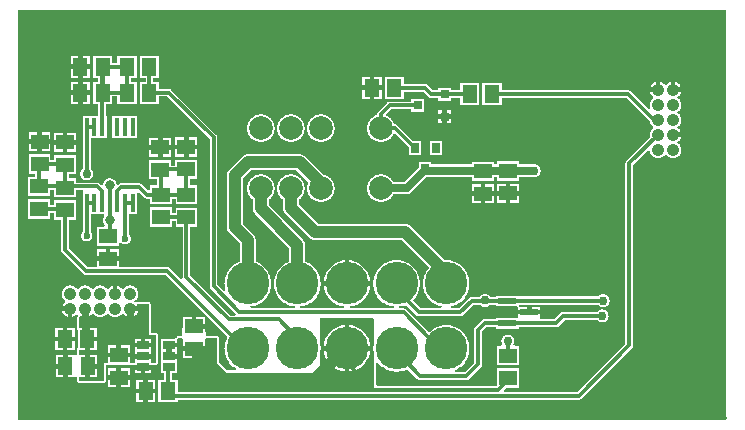
<source format=gbl>
G04*
G04 #@! TF.GenerationSoftware,Altium Limited,CircuitStudio,1.5.2 (30)*
G04*
G04 Layer_Physical_Order=2*
G04 Layer_Color=16727357*
%FSLAX25Y25*%
%MOIN*%
G70*
G01*
G75*
%ADD10C,0.01378*%
%ADD11C,0.01181*%
%ADD12C,0.02756*%
%ADD13C,0.03937*%
%ADD15C,0.14173*%
%ADD16C,0.04200*%
%ADD17C,0.07874*%
%ADD18C,0.02362*%
%ADD19C,0.02953*%
%ADD20C,0.03150*%
%ADD21R,0.05118X0.05906*%
%ADD22R,0.05906X0.05118*%
%ADD23R,0.04173X0.02559*%
%ADD24R,0.02756X0.03543*%
%ADD25R,0.01378X0.05906*%
%ADD26R,0.03150X0.03150*%
%ADD27R,0.06102X0.02165*%
%ADD28C,0.01000*%
%ADD29C,0.02362*%
%ADD30C,0.01969*%
G36*
X246572Y1099D02*
X246585Y967D01*
X246623Y841D01*
X246685Y725D01*
X246769Y623D01*
X246257Y0D01*
X10515D01*
Y136614D01*
X246572D01*
Y1099D01*
D02*
G37*
%LPC*%
G36*
X21225Y88441D02*
X13981D01*
Y81984D01*
X16137D01*
Y80990D01*
X13779D01*
Y74533D01*
X21023D01*
Y76498D01*
X22381D01*
Y74164D01*
X29625D01*
Y76498D01*
X31978D01*
Y75887D01*
X31978D01*
Y68643D01*
X32072D01*
Y62641D01*
X32026Y62599D01*
X31887Y62445D01*
X31767Y62275D01*
X31666Y62093D01*
X31587Y61901D01*
X31529Y61701D01*
X31495Y61497D01*
X31483Y61289D01*
X31495Y61081D01*
X31529Y60877D01*
X31587Y60677D01*
X31666Y60485D01*
X31767Y60303D01*
X31887Y60133D01*
X32026Y59978D01*
X32181Y59840D01*
X32350Y59720D01*
X32532Y59619D01*
X32724Y59540D01*
X32924Y59482D01*
X33129Y59447D01*
X33336Y59436D01*
X33544Y59447D01*
X33749Y59482D01*
X33948Y59540D01*
X34140Y59619D01*
X34322Y59720D01*
X34492Y59840D01*
X34647Y59978D01*
X34785Y60133D01*
X34905Y60303D01*
X35006Y60485D01*
X35085Y60677D01*
X35143Y60877D01*
X35178Y61081D01*
X35190Y61289D01*
X35178Y61497D01*
X35143Y61701D01*
X35085Y61901D01*
X35006Y62093D01*
X34905Y62275D01*
X34785Y62445D01*
X34647Y62599D01*
X34600Y62641D01*
Y68643D01*
X38968D01*
X39241Y68032D01*
X39227Y68015D01*
X39081Y67810D01*
X38959Y67589D01*
X38863Y67356D01*
X38793Y67114D01*
X38751Y66866D01*
X38737Y66614D01*
X38751Y66363D01*
X38793Y66114D01*
X38863Y65872D01*
X38959Y65639D01*
X39081Y65418D01*
X39227Y65213D01*
X39395Y65025D01*
X39430Y64994D01*
X39191Y64368D01*
X36778D01*
Y57912D01*
X44022D01*
Y59042D01*
X44660Y59245D01*
X44693Y59199D01*
X44831Y59044D01*
X44986Y58905D01*
X45156Y58785D01*
X45338Y58685D01*
X45530Y58605D01*
X45729Y58548D01*
X45934Y58513D01*
X46142Y58501D01*
X46349Y58513D01*
X46554Y58548D01*
X46754Y58605D01*
X46946Y58685D01*
X47128Y58785D01*
X47297Y58905D01*
X47452Y59044D01*
X47591Y59199D01*
X47711Y59368D01*
X47811Y59550D01*
X47891Y59742D01*
X47949Y59942D01*
X47983Y60147D01*
X47995Y60354D01*
X47983Y60562D01*
X47949Y60767D01*
X47891Y60966D01*
X47811Y61159D01*
X47711Y61340D01*
X47591Y61510D01*
X47452Y61665D01*
X47405Y61707D01*
Y66013D01*
X47395Y66144D01*
Y68643D01*
X50049D01*
Y75636D01*
X50667Y75892D01*
X52450Y74109D01*
Y74109D01*
X52451Y74109D01*
X52451Y74109D01*
Y74109D01*
X52601Y73980D01*
X52770Y73876D01*
D01*
D01*
Y73876D01*
X52770Y73876D01*
D01*
D01*
X52770D01*
Y73876D01*
D01*
X52770D01*
Y73876D01*
X52953Y73800D01*
X53146Y73754D01*
X53344Y73739D01*
X54406D01*
Y71774D01*
X61650D01*
Y73721D01*
X62958D01*
Y71756D01*
X70202D01*
Y78213D01*
X67843D01*
Y80194D01*
X70150D01*
Y86650D01*
X62906D01*
Y84686D01*
X61450D01*
Y86550D01*
X54206D01*
Y80094D01*
X56765D01*
Y78231D01*
X54406D01*
Y76602D01*
X53788Y76346D01*
X51681Y78453D01*
X51530Y78581D01*
X51361Y78685D01*
X51178Y78761D01*
X50985Y78807D01*
X50787Y78823D01*
X44882D01*
X44684Y78807D01*
X44491Y78761D01*
X44308Y78685D01*
X44139Y78581D01*
X43988Y78453D01*
X43889Y78353D01*
X43251Y78556D01*
X43215Y78768D01*
X43145Y79010D01*
X43049Y79243D01*
X42927Y79463D01*
X42781Y79669D01*
X42613Y79857D01*
X42425Y80025D01*
X42219Y80171D01*
X41999Y80293D01*
X41766Y80389D01*
X41524Y80459D01*
X41275Y80501D01*
X41024Y80515D01*
X40772Y80501D01*
X40523Y80459D01*
X40281Y80389D01*
X40048Y80293D01*
X39828Y80171D01*
X39622Y80025D01*
X39434Y79857D01*
X39266Y79669D01*
X39121Y79463D01*
X38999Y79243D01*
X38902Y79010D01*
X38832Y78768D01*
X38790Y78519D01*
X38785Y78433D01*
X38280Y78240D01*
X38123Y78231D01*
X37699Y78655D01*
X37548Y78784D01*
X37379Y78887D01*
X37196Y78963D01*
X37003Y79010D01*
X36805Y79025D01*
X29625D01*
Y80621D01*
X27267D01*
Y81784D01*
X29725D01*
Y88241D01*
X22481D01*
Y86476D01*
X21225D01*
Y88441D01*
D02*
G37*
G36*
X44022Y56888D02*
X41187D01*
Y54447D01*
X44022D01*
Y56888D01*
D02*
G37*
G36*
X169067Y74533D02*
X166232D01*
Y72092D01*
X169067D01*
Y74533D01*
D02*
G37*
G36*
X164657D02*
X161823D01*
Y72092D01*
X164657D01*
Y74533D01*
D02*
G37*
G36*
X39613Y56888D02*
X36778D01*
Y54447D01*
X39613D01*
Y56888D01*
D02*
G37*
G36*
X47780Y44771D02*
X47508Y44757D01*
X47239Y44717D01*
X46975Y44651D01*
X46719Y44560D01*
X46473Y44443D01*
X46239Y44303D01*
X46021Y44141D01*
X45819Y43959D01*
X45636Y43757D01*
X45614Y43727D01*
X44945D01*
X44923Y43757D01*
X44740Y43959D01*
X44539Y44141D01*
X44320Y44303D01*
X44087Y44443D01*
X43841Y44560D01*
X43584Y44651D01*
X43567Y44656D01*
Y41997D01*
X41992D01*
Y44656D01*
X41975Y44651D01*
X41719Y44560D01*
X41473Y44443D01*
X41239Y44303D01*
X41021Y44141D01*
X40819Y43959D01*
X40636Y43757D01*
X40614Y43727D01*
X39945D01*
X39923Y43757D01*
X39740Y43959D01*
X39538Y44141D01*
X39320Y44303D01*
X39087Y44443D01*
X38841Y44560D01*
X38584Y44651D01*
X38320Y44717D01*
X38051Y44757D01*
X37780Y44771D01*
X37508Y44757D01*
X37239Y44717D01*
X36975Y44651D01*
X36719Y44560D01*
X36473Y44443D01*
X36239Y44303D01*
X36021Y44141D01*
X35819Y43959D01*
X35636Y43757D01*
X35614Y43727D01*
X34945D01*
X34923Y43757D01*
X34740Y43959D01*
X34538Y44141D01*
X34320Y44303D01*
X34087Y44443D01*
X33841Y44560D01*
X33584Y44651D01*
X33321Y44717D01*
X33051Y44757D01*
X32780Y44771D01*
X32508Y44757D01*
X32239Y44717D01*
X31975Y44651D01*
X31719Y44560D01*
X31473Y44443D01*
X31239Y44303D01*
X31021Y44141D01*
X30819Y43959D01*
X30636Y43757D01*
X30614Y43727D01*
X29945D01*
X29923Y43757D01*
X29740Y43959D01*
X29539Y44141D01*
X29320Y44303D01*
X29087Y44443D01*
X28841Y44560D01*
X28584Y44651D01*
X28321Y44717D01*
X28051Y44757D01*
X27780Y44771D01*
X27508Y44757D01*
X27239Y44717D01*
X26975Y44651D01*
X26719Y44560D01*
X26473Y44443D01*
X26239Y44303D01*
X26021Y44141D01*
X25819Y43959D01*
X25636Y43757D01*
X25474Y43538D01*
X25334Y43305D01*
X25218Y43059D01*
X25126Y42803D01*
X25060Y42539D01*
X25020Y42270D01*
X25007Y41998D01*
X25020Y41726D01*
X25060Y41457D01*
X25126Y41193D01*
X25218Y40937D01*
X25334Y40691D01*
X25474Y40458D01*
X25636Y40239D01*
X25819Y40038D01*
X26021Y39855D01*
X26050Y39833D01*
Y39164D01*
X26021Y39141D01*
X25819Y38959D01*
X25636Y38757D01*
X25474Y38539D01*
X25334Y38305D01*
X25218Y38059D01*
X25126Y37803D01*
X25122Y37786D01*
X27781D01*
Y36999D01*
X28567D01*
Y34341D01*
X28584Y34345D01*
X28841Y34437D01*
X29087Y34553D01*
X29320Y34693D01*
X29539Y34855D01*
X29740Y35037D01*
X29923Y35239D01*
X29945Y35269D01*
X30085D01*
X30386Y34671D01*
X30169Y34378D01*
X30160Y34364D01*
X30149Y34351D01*
X30126Y34307D01*
X30101Y34265D01*
X30095Y34249D01*
X30087Y34235D01*
X30073Y34187D01*
X30056Y34141D01*
X30054Y34124D01*
X30049Y34109D01*
X30044Y34059D01*
X30037Y34010D01*
X30038Y33994D01*
X30036Y33977D01*
Y30522D01*
X30049Y30391D01*
X30087Y30265D01*
X30149Y30148D01*
X30233Y30046D01*
X30312Y29982D01*
Y23818D01*
X30233Y23753D01*
X30149Y23652D01*
X30087Y23535D01*
X30049Y23409D01*
X30036Y23278D01*
Y21422D01*
D01*
D01*
D01*
X30006D01*
X29388D01*
D01*
D01*
X29388D01*
D01*
D01*
Y21422D01*
X29354D01*
Y21422D01*
X26947D01*
Y17799D01*
Y14178D01*
X29354D01*
Y14178D01*
X29388D01*
Y14178D01*
D01*
D01*
X29388D01*
X30036D01*
Y12992D01*
X30049Y12861D01*
X30087Y12735D01*
X30149Y12618D01*
X30233Y12517D01*
X30335Y12433D01*
X30451Y12371D01*
X30577Y12332D01*
X30709Y12320D01*
X38976D01*
X39108Y12332D01*
X39234Y12371D01*
X39350Y12433D01*
X39452Y12517D01*
X39536Y12618D01*
X39598Y12735D01*
X39636Y12861D01*
X39649Y12992D01*
Y18225D01*
X40378D01*
X40509Y18238D01*
X40635Y18276D01*
X40702Y18312D01*
X47298D01*
X47365Y18276D01*
X47491Y18238D01*
X47622Y18225D01*
X49317D01*
Y18225D01*
X49449Y18238D01*
X49451Y18239D01*
X54695D01*
X54698Y18238D01*
X54829Y18225D01*
Y18225D01*
X56299D01*
X56430Y18238D01*
X56557Y18276D01*
X56673Y18338D01*
X56775Y18422D01*
X56858Y18524D01*
X56921Y18640D01*
X56959Y18766D01*
X56972Y18898D01*
Y28346D01*
X56959Y28478D01*
X56921Y28604D01*
X56858Y28720D01*
X56775Y28822D01*
X56673Y28906D01*
X56557Y28968D01*
X56430Y29006D01*
X56299Y29019D01*
X54610D01*
Y38583D01*
X54597Y38714D01*
X54558Y38840D01*
X54496Y38956D01*
X54413Y39058D01*
X54311Y39142D01*
X54194Y39204D01*
X54068Y39242D01*
X53937Y39255D01*
X50107D01*
X50066Y39251D01*
X50025Y39250D01*
X50001Y39245D01*
X49976Y39242D01*
X49937Y39230D01*
X49896Y39221D01*
X49874Y39211D01*
X49850Y39204D01*
X49813Y39184D01*
X49776Y39168D01*
X49755Y39154D01*
X49734Y39142D01*
X49702Y39116D01*
X49668Y39092D01*
X49651Y39074D01*
X49632Y39058D01*
X49630Y39058D01*
X49538Y39141D01*
X49320Y39303D01*
X49087Y39443D01*
Y39553D01*
X49320Y39693D01*
X49538Y39855D01*
X49740Y40038D01*
X49923Y40239D01*
X50085Y40458D01*
X50225Y40691D01*
X50341Y40937D01*
X50433Y41193D01*
X50499Y41457D01*
X50539Y41726D01*
X50552Y41998D01*
X50539Y42270D01*
X50499Y42539D01*
X50433Y42803D01*
X50341Y43059D01*
X50225Y43305D01*
X50085Y43538D01*
X49923Y43757D01*
X49740Y43959D01*
X49538Y44141D01*
X49320Y44303D01*
X49087Y44443D01*
X48841Y44560D01*
X48584Y44651D01*
X48320Y44717D01*
X48051Y44757D01*
X47780Y44771D01*
D02*
G37*
G36*
X184562Y37652D02*
X181629D01*
Y36687D01*
X184562D01*
Y37652D01*
D02*
G37*
G36*
X120866Y53181D02*
Y46252D01*
X127795D01*
X127782Y46400D01*
X127711Y46863D01*
X127613Y47322D01*
X127487Y47773D01*
X127334Y48216D01*
X127155Y48649D01*
X126949Y49071D01*
X126719Y49479D01*
X126465Y49872D01*
X126187Y50250D01*
X125887Y50610D01*
X125566Y50951D01*
X125224Y51273D01*
X124864Y51573D01*
X124487Y51850D01*
X124093Y52105D01*
X123685Y52335D01*
X123263Y52540D01*
X122830Y52720D01*
X122387Y52873D01*
X121936Y52999D01*
X121477Y53097D01*
X121014Y53167D01*
X120866Y53181D01*
D02*
G37*
G36*
X119291D02*
X119143Y53167D01*
X118680Y53097D01*
X118222Y52999D01*
X117770Y52873D01*
X117327Y52720D01*
X116894Y52540D01*
X116473Y52335D01*
X116065Y52105D01*
X115671Y51850D01*
X115293Y51573D01*
X114933Y51273D01*
X114592Y50951D01*
X114271Y50610D01*
X113971Y50250D01*
X113693Y49872D01*
X113438Y49479D01*
X113208Y49071D01*
X113003Y48649D01*
X112824Y48216D01*
X112671Y47773D01*
X112545Y47322D01*
X112446Y46863D01*
X112376Y46400D01*
X112363Y46252D01*
X119291D01*
Y53181D01*
D02*
G37*
G36*
X172958Y74633D02*
X170123D01*
Y72192D01*
X172958D01*
Y74633D01*
D02*
G37*
G36*
X57461Y121257D02*
X51004D01*
Y114013D01*
X52969D01*
Y112657D01*
X51004D01*
Y105413D01*
X57461D01*
Y107771D01*
X60166D01*
X74327Y93610D01*
Y44488D01*
X74342Y44291D01*
X74389Y44098D01*
X74464Y43914D01*
X74568Y43745D01*
X74697Y43595D01*
X74697Y43595D01*
X74697Y43595D01*
X82945Y35347D01*
X82689Y34728D01*
X81232D01*
X67843Y48117D01*
Y64276D01*
X70202D01*
Y70732D01*
X62958D01*
Y68786D01*
X61650D01*
Y70750D01*
X54406D01*
Y64294D01*
X61650D01*
Y66258D01*
X62958D01*
Y64276D01*
X65316D01*
Y47594D01*
X65331Y47396D01*
X65378Y47203D01*
X65394Y47164D01*
X64837Y46793D01*
X61130Y50500D01*
X60979Y50629D01*
X60810Y50732D01*
X60627Y50808D01*
X60434Y50854D01*
X60236Y50870D01*
X44022D01*
Y52872D01*
X36778D01*
Y50870D01*
X33594D01*
X27267Y57197D01*
Y66684D01*
X29625D01*
Y73141D01*
X22381D01*
Y71545D01*
X21023D01*
Y73509D01*
X13779D01*
Y67053D01*
X21023D01*
Y69017D01*
X22381D01*
Y66684D01*
X24739D01*
Y56674D01*
X24755Y56476D01*
X24801Y56283D01*
X24877Y56100D01*
X24981Y55931D01*
X25109Y55780D01*
X25109Y55780D01*
X25110Y55780D01*
X32177Y48713D01*
X32328Y48584D01*
X32497Y48480D01*
X32680Y48404D01*
X32873Y48358D01*
X33071Y48343D01*
X59713D01*
X80318Y27737D01*
X80137Y27417D01*
X79932Y26996D01*
X79753Y26562D01*
X79600Y26119D01*
X79474Y25668D01*
X79376Y25210D01*
X79305Y24746D01*
X79263Y24280D01*
X79249Y23811D01*
X79263Y23343D01*
X79305Y22876D01*
X79376Y22412D01*
X79474Y21954D01*
X79600Y21502D01*
X79753Y21059D01*
X79932Y20626D01*
X80137Y20205D01*
X80368Y19797D01*
X80622Y19403D01*
X80900Y19026D01*
X81200Y18665D01*
X81521Y18324D01*
X81862Y18003D01*
X82223Y17703D01*
X82600Y17425D01*
X82994Y17171D01*
X83176Y17068D01*
X83006Y16421D01*
X80074D01*
X77444Y19051D01*
Y27165D01*
X77431Y27297D01*
X77393Y27423D01*
X77331Y27539D01*
X77247Y27641D01*
X77145Y27724D01*
X77029Y27787D01*
X76903Y27825D01*
X76772Y27838D01*
X72999D01*
D01*
X72999Y27838D01*
X72722Y30651D01*
Y30353D01*
X69099D01*
Y31139D01*
X68313D01*
Y34369D01*
X65478D01*
Y32644D01*
X65061Y28408D01*
X65061Y28408D01*
X65016Y27957D01*
D01*
X65016Y27953D01*
X65015Y27945D01*
X65005Y27838D01*
X63776D01*
X63644Y27825D01*
X63518Y27787D01*
X63402Y27724D01*
X63300Y27641D01*
X63015Y27356D01*
X63015Y27356D01*
X62931Y27254D01*
X62869Y27138D01*
X62831Y27011D01*
X62818Y26880D01*
X57979D01*
Y22983D01*
Y19242D01*
Y15502D01*
X59171D01*
Y13186D01*
X57206D01*
Y5942D01*
X63663D01*
Y6630D01*
X197264D01*
X197461Y6645D01*
X197654Y6692D01*
X197837Y6768D01*
X198007Y6871D01*
X198157Y7000D01*
X198157Y7000D01*
X198157Y7000D01*
X215067Y23910D01*
X215067Y23910D01*
X215067Y23910D01*
X215196Y24060D01*
X215299Y24229D01*
X215375Y24413D01*
X215384Y24450D01*
X215421Y24606D01*
X215437Y24803D01*
X215437Y24803D01*
X215437Y24803D01*
Y24803D01*
Y84910D01*
X220216Y89689D01*
X220850Y89720D01*
X221033Y89660D01*
X221062Y89459D01*
X221128Y89195D01*
X221220Y88939D01*
X221336Y88693D01*
X221476Y88460D01*
X221638Y88241D01*
X221821Y88039D01*
X222023Y87857D01*
X222241Y87695D01*
X222475Y87555D01*
X222721Y87438D01*
X222977Y87347D01*
X223241Y87281D01*
X223510Y87241D01*
X223782Y87227D01*
X224053Y87241D01*
X224323Y87281D01*
X224587Y87347D01*
X224843Y87438D01*
X225089Y87555D01*
X225322Y87695D01*
X225540Y87857D01*
X225742Y88039D01*
X225925Y88241D01*
X225947Y88271D01*
X226616D01*
X226638Y88241D01*
X226821Y88039D01*
X227023Y87857D01*
X227241Y87695D01*
X227475Y87555D01*
X227721Y87438D01*
X227977Y87347D01*
X228241Y87281D01*
X228510Y87241D01*
X228782Y87227D01*
X229053Y87241D01*
X229323Y87281D01*
X229587Y87347D01*
X229843Y87438D01*
X230089Y87555D01*
X230322Y87695D01*
X230540Y87857D01*
X230742Y88039D01*
X230925Y88241D01*
X231087Y88460D01*
X231227Y88693D01*
X231343Y88939D01*
X231435Y89195D01*
X231501Y89459D01*
X231541Y89728D01*
X231554Y90000D01*
X231541Y90272D01*
X231501Y90541D01*
X231435Y90805D01*
X231343Y91061D01*
X231227Y91307D01*
X231087Y91540D01*
X230925Y91759D01*
X230742Y91961D01*
X230540Y92143D01*
X230322Y92305D01*
X230089Y92445D01*
Y92555D01*
X230322Y92695D01*
X230540Y92857D01*
X230742Y93040D01*
X230925Y93241D01*
X231087Y93460D01*
X231227Y93693D01*
X231343Y93939D01*
X231435Y94195D01*
X231439Y94213D01*
X228781D01*
Y95788D01*
X231439D01*
X231435Y95805D01*
X231343Y96061D01*
X231227Y96307D01*
X231087Y96540D01*
X230925Y96759D01*
X230742Y96961D01*
X230540Y97143D01*
X230322Y97305D01*
X230089Y97445D01*
Y97555D01*
X230322Y97695D01*
X230540Y97857D01*
X230742Y98040D01*
X230925Y98241D01*
X231087Y98460D01*
X231227Y98693D01*
X231343Y98939D01*
X231435Y99195D01*
X231501Y99459D01*
X231541Y99728D01*
X231554Y100000D01*
X231541Y100272D01*
X231501Y100541D01*
X231435Y100805D01*
X231343Y101061D01*
X231227Y101307D01*
X231087Y101541D01*
X230925Y101759D01*
X230742Y101961D01*
X230540Y102143D01*
X230322Y102305D01*
X230089Y102445D01*
Y102555D01*
X230322Y102695D01*
X230540Y102857D01*
X230742Y103040D01*
X230925Y103241D01*
X231087Y103460D01*
X231227Y103693D01*
X231343Y103939D01*
X231435Y104195D01*
X231501Y104459D01*
X231541Y104728D01*
X231554Y105000D01*
X231541Y105272D01*
X231501Y105541D01*
X231435Y105805D01*
X231343Y106061D01*
X231227Y106307D01*
X231087Y106541D01*
X230925Y106759D01*
X230742Y106961D01*
X230540Y107143D01*
X230322Y107305D01*
X230089Y107445D01*
Y107555D01*
X230322Y107695D01*
X230540Y107857D01*
X230742Y108039D01*
X230925Y108241D01*
X231087Y108460D01*
X231227Y108693D01*
X231343Y108939D01*
X231435Y109195D01*
X231439Y109213D01*
X228781D01*
Y109999D01*
X227994D01*
Y112658D01*
X227977Y112653D01*
X227721Y112562D01*
X227475Y112445D01*
X227241Y112305D01*
X227023Y112143D01*
X226821Y111961D01*
X226638Y111759D01*
X226616Y111729D01*
X225947D01*
X225925Y111759D01*
X225742Y111961D01*
X225540Y112143D01*
X225322Y112305D01*
X225089Y112445D01*
X224843Y112562D01*
X224587Y112653D01*
X224569Y112658D01*
Y109999D01*
X223783D01*
Y109213D01*
X221124D01*
X221128Y109195D01*
X221220Y108939D01*
X221336Y108693D01*
X221476Y108460D01*
X221638Y108241D01*
X221821Y108039D01*
X222023Y107857D01*
X222052Y107835D01*
Y107166D01*
X222023Y107143D01*
X221821Y106961D01*
X221638Y106759D01*
X221476Y106541D01*
X221336Y106307D01*
X221220Y106061D01*
X221128Y105805D01*
X221062Y105541D01*
X221022Y105272D01*
X221009Y105000D01*
X221022Y104728D01*
X221062Y104459D01*
X221128Y104195D01*
X221220Y103939D01*
X220588Y103640D01*
X214804Y109424D01*
X214653Y109553D01*
X214484Y109657D01*
X214301Y109733D01*
X214108Y109779D01*
X213910Y109794D01*
X171694D01*
Y112153D01*
X165237D01*
Y104909D01*
X171694D01*
Y107267D01*
X213387D01*
X221039Y99615D01*
X221062Y99459D01*
X221128Y99195D01*
X221220Y98939D01*
X221336Y98693D01*
X221476Y98460D01*
X221638Y98241D01*
X221821Y98040D01*
X222023Y97857D01*
X222052Y97835D01*
Y97165D01*
X222023Y97143D01*
X221821Y96961D01*
X221638Y96759D01*
X221476Y96540D01*
X221336Y96307D01*
X221220Y96061D01*
X221128Y95805D01*
X221062Y95541D01*
X221022Y95272D01*
X221009Y95000D01*
X221022Y94728D01*
X221062Y94459D01*
X221128Y94195D01*
X221134Y94181D01*
X213280Y86327D01*
X213151Y86176D01*
X213047Y86007D01*
X212971Y85824D01*
X212925Y85631D01*
X212910Y85433D01*
Y25327D01*
X196740Y9157D01*
X172587D01*
X172331Y9776D01*
X173186Y10632D01*
X177322D01*
Y17088D01*
X170078D01*
Y11373D01*
X169909Y11204D01*
X130263D01*
X129789Y11677D01*
X129795Y18919D01*
X130431Y19127D01*
X130506Y19026D01*
X130806Y18665D01*
X131127Y18324D01*
X131469Y18003D01*
X131829Y17703D01*
X132206Y17425D01*
X132600Y17171D01*
X133008Y16940D01*
X133430Y16735D01*
X133863Y16556D01*
X134306Y16403D01*
X134757Y16277D01*
X135215Y16179D01*
X135679Y16108D01*
X136146Y16066D01*
X136614Y16051D01*
X137083Y16066D01*
X137549Y16108D01*
X138013Y16179D01*
X138471Y16277D01*
X138923Y16403D01*
X139366Y16556D01*
X139799Y16735D01*
X140200Y16930D01*
X143526Y13604D01*
X143526Y13604D01*
X143526Y13604D01*
X143526Y13604D01*
X143660Y13487D01*
X143808Y13388D01*
X143967Y13309D01*
X144136Y13252D01*
X144310Y13217D01*
X144488Y13206D01*
X159843D01*
X160020Y13217D01*
X160195Y13252D01*
X160363Y13309D01*
X160523Y13388D01*
X160671Y13487D01*
X160805Y13604D01*
X160805Y13604D01*
X160805Y13604D01*
X164742Y17541D01*
X164859Y17675D01*
X164859Y17675D01*
X164859Y17675D01*
X164958Y17823D01*
X165037Y17983D01*
X165037Y17983D01*
X165037Y17983D01*
X165094Y18152D01*
X165129Y18326D01*
X165141Y18504D01*
X165141Y18504D01*
X165141Y18504D01*
Y18504D01*
Y29357D01*
X166582Y30799D01*
X169838D01*
Y30408D01*
X177279D01*
Y30799D01*
X189640D01*
X189818Y30810D01*
X189992Y30845D01*
X190161Y30902D01*
X190321Y30981D01*
X190469Y31080D01*
X190603Y31197D01*
X190603Y31197D01*
X190603Y31197D01*
X192690Y33285D01*
X203457D01*
X203598Y33126D01*
X203778Y32965D01*
X203975Y32826D01*
X204186Y32709D01*
X204408Y32617D01*
X204640Y32550D01*
X204877Y32510D01*
X205118Y32497D01*
X205359Y32510D01*
X205596Y32550D01*
X205828Y32617D01*
X206051Y32709D01*
X206261Y32826D01*
X206458Y32965D01*
X206638Y33126D01*
X206798Y33306D01*
X206938Y33502D01*
X207054Y33713D01*
X207147Y33936D01*
X207213Y34168D01*
X207254Y34405D01*
X207267Y34646D01*
X207254Y34886D01*
X207213Y35124D01*
X207147Y35355D01*
X207054Y35578D01*
X206938Y35789D01*
X206798Y35986D01*
X206638Y36165D01*
X206458Y36326D01*
X206261Y36465D01*
X206051Y36582D01*
X205828Y36674D01*
X205596Y36741D01*
X205359Y36781D01*
X205118Y36795D01*
X204877Y36781D01*
X204640Y36741D01*
X204408Y36674D01*
X204186Y36582D01*
X203975Y36465D01*
X203778Y36326D01*
X203598Y36165D01*
X203457Y36007D01*
X192126D01*
X191948Y35995D01*
X191774Y35961D01*
X191605Y35903D01*
X191445Y35824D01*
X191297Y35726D01*
X191164Y35608D01*
X189076Y33521D01*
X184562D01*
Y34148D01*
X184562D01*
Y35113D01*
X177121D01*
Y34148D01*
D01*
Y34148D01*
X176885Y33912D01*
X169838D01*
Y33521D01*
X166018D01*
X165840Y33509D01*
X165666Y33475D01*
X165497Y33417D01*
X165338Y33339D01*
X165190Y33240D01*
X165056Y33122D01*
X162817Y30884D01*
X162700Y30750D01*
X162601Y30602D01*
X162522Y30442D01*
X162465Y30274D01*
X162430Y30099D01*
X162418Y29921D01*
Y19068D01*
X159279Y15928D01*
X156118D01*
X156078Y16042D01*
X155971Y16585D01*
X156334Y16735D01*
X156756Y16940D01*
X157164Y17171D01*
X157557Y17425D01*
X157935Y17703D01*
X158295Y18003D01*
X158636Y18324D01*
X158958Y18665D01*
X159258Y19026D01*
X159536Y19403D01*
X159790Y19797D01*
X160020Y20205D01*
X160225Y20626D01*
X160405Y21059D01*
X160558Y21502D01*
X160684Y21954D01*
X160782Y22412D01*
X160853Y22876D01*
X160895Y23343D01*
X160909Y23811D01*
X160895Y24280D01*
X160853Y24746D01*
X160782Y25210D01*
X160684Y25668D01*
X160558Y26119D01*
X160405Y26562D01*
X160225Y26996D01*
X160020Y27417D01*
X159790Y27825D01*
X159536Y28219D01*
X159258Y28596D01*
X158958Y28956D01*
X158636Y29298D01*
X158295Y29619D01*
X157935Y29919D01*
X157557Y30197D01*
X157164Y30451D01*
X156756Y30682D01*
X156334Y30887D01*
X155901Y31066D01*
X155458Y31219D01*
X155007Y31345D01*
X154548Y31443D01*
X154085Y31514D01*
X153618Y31556D01*
X153150Y31570D01*
X152681Y31556D01*
X152214Y31514D01*
X151751Y31443D01*
X151293Y31345D01*
X150841Y31219D01*
X150398Y31066D01*
X149965Y30887D01*
X149544Y30682D01*
X149135Y30451D01*
X148742Y30197D01*
X148364Y29919D01*
X148004Y29619D01*
X147663Y29298D01*
X147298Y29292D01*
X139870Y36720D01*
X139719Y36849D01*
X139550Y36953D01*
X139367Y37029D01*
X139174Y37075D01*
X138976Y37091D01*
X137551D01*
X137521Y37759D01*
X137549Y37762D01*
X138013Y37832D01*
X138471Y37931D01*
X138923Y38056D01*
X139366Y38209D01*
X139664Y38333D01*
X143132Y34864D01*
X143266Y34747D01*
X143355Y34688D01*
X143414Y34648D01*
X143574Y34569D01*
X143574Y34569D01*
X143574Y34569D01*
D01*
X143574Y34569D01*
X143574Y34569D01*
X143742Y34512D01*
X143917Y34477D01*
X144095Y34466D01*
X157874D01*
X158052Y34477D01*
X158226Y34512D01*
X158395Y34569D01*
X158555Y34648D01*
X158703Y34747D01*
X158836Y34864D01*
X158836Y34864D01*
X158836Y34864D01*
X162251Y38279D01*
X164591D01*
X164622Y38244D01*
X164802Y38084D01*
X164998Y37944D01*
X165209Y37828D01*
X165432Y37735D01*
X165664Y37669D01*
X165901Y37628D01*
X166142Y37615D01*
X166382Y37628D01*
X166620Y37669D01*
X166851Y37735D01*
X167074Y37828D01*
X167285Y37944D01*
X167482Y38084D01*
X167661Y38244D01*
X167692Y38279D01*
X169838D01*
Y37888D01*
X176648D01*
X176660Y37876D01*
D01*
X176963Y37573D01*
X176963D01*
X177082Y37455D01*
X177082Y37455D01*
X177121Y37415D01*
Y36687D01*
X180054D01*
Y37652D01*
X177279D01*
Y37888D01*
D01*
X177279Y38379D01*
X203827D01*
X203969Y38221D01*
X204148Y38060D01*
X204345Y37920D01*
X204556Y37804D01*
X204778Y37712D01*
X205010Y37645D01*
X205248Y37605D01*
X205488Y37591D01*
X205729Y37605D01*
X205966Y37645D01*
X206198Y37712D01*
X206421Y37804D01*
X206631Y37920D01*
X206828Y38060D01*
X207008Y38221D01*
X207168Y38400D01*
X207308Y38597D01*
X207424Y38808D01*
X207517Y39030D01*
X207583Y39262D01*
X207624Y39500D01*
X207637Y39740D01*
X207624Y39981D01*
X207583Y40218D01*
X207517Y40450D01*
X207424Y40673D01*
X207308Y40883D01*
X207168Y41080D01*
X207008Y41260D01*
X206828Y41420D01*
X206631Y41560D01*
X206421Y41676D01*
X206198Y41769D01*
X205966Y41835D01*
X205729Y41876D01*
X205488Y41889D01*
X205248Y41876D01*
X205010Y41835D01*
X204778Y41769D01*
X204556Y41676D01*
X204345Y41560D01*
X204148Y41420D01*
X203969Y41260D01*
X203827Y41101D01*
X177279D01*
Y41392D01*
X169838D01*
Y41032D01*
X169748Y41001D01*
X167895D01*
X167822Y41104D01*
X167661Y41283D01*
X167482Y41444D01*
X167285Y41583D01*
X167074Y41700D01*
X166851Y41792D01*
X166620Y41859D01*
X166382Y41899D01*
X166142Y41913D01*
X165901Y41899D01*
X165664Y41859D01*
X165432Y41792D01*
X165209Y41700D01*
X164998Y41583D01*
X164802Y41444D01*
X164622Y41283D01*
X164462Y41104D01*
X164389Y41001D01*
X161687D01*
X161510Y40990D01*
X161335Y40955D01*
X161167Y40898D01*
X161007Y40819D01*
X160859Y40720D01*
X160725Y40603D01*
X157310Y37188D01*
X154718D01*
X154647Y37854D01*
X155007Y37931D01*
X155458Y38056D01*
X155901Y38209D01*
X156334Y38389D01*
X156756Y38594D01*
X157164Y38824D01*
X157557Y39079D01*
X157935Y39356D01*
X158295Y39657D01*
X158636Y39978D01*
X158958Y40319D01*
X159258Y40679D01*
X159536Y41057D01*
X159790Y41450D01*
X160020Y41859D01*
X160225Y42280D01*
X160405Y42713D01*
X160558Y43156D01*
X160684Y43608D01*
X160782Y44066D01*
X160853Y44529D01*
X160895Y44996D01*
X160909Y45465D01*
X160895Y45933D01*
X160853Y46400D01*
X160782Y46863D01*
X160684Y47322D01*
X160558Y47773D01*
X160405Y48216D01*
X160225Y48649D01*
X160020Y49071D01*
X159790Y49479D01*
X159536Y49872D01*
X159258Y50250D01*
X158958Y50610D01*
X158636Y50951D01*
X158295Y51273D01*
X157935Y51573D01*
X157557Y51850D01*
X157164Y52105D01*
X156756Y52335D01*
X156334Y52540D01*
X155901Y52720D01*
X155458Y52873D01*
X155007Y52999D01*
X154548Y53097D01*
X154085Y53167D01*
X153618Y53210D01*
X153150Y53224D01*
X152682Y53210D01*
X141427Y64466D01*
X141235Y64640D01*
X141026Y64794D01*
X140804Y64928D01*
X140570Y65038D01*
X140448Y65082D01*
X140326Y65126D01*
X140074Y65189D01*
X139818Y65227D01*
X139559Y65239D01*
X110543D01*
X103990Y71792D01*
Y73456D01*
X104058Y73502D01*
X104343Y73726D01*
X104609Y73972D01*
X104854Y74238D01*
X105078Y74522D01*
X105279Y74823D01*
X105456Y75139D01*
X105608Y75467D01*
X105733Y75807D01*
X105831Y76155D01*
X105902Y76510D01*
X105945Y76870D01*
X105959Y77232D01*
X105945Y77593D01*
X105902Y77953D01*
X105831Y78308D01*
X105733Y78656D01*
X105608Y78996D01*
X105456Y79324D01*
X105279Y79640D01*
X105078Y79941D01*
X104854Y80225D01*
X104609Y80491D01*
X104343Y80737D01*
X104058Y80961D01*
X103757Y81162D01*
X103442Y81339D01*
X103113Y81490D01*
X102773Y81616D01*
X102425Y81714D01*
X102070Y81785D01*
X101710Y81827D01*
X101349Y81841D01*
X100987Y81827D01*
X100628Y81785D01*
X100273Y81714D01*
X99924Y81616D01*
X99585Y81490D01*
X99256Y81339D01*
X98940Y81162D01*
X98639Y80961D01*
X98355Y80737D01*
X98089Y80491D01*
X97843Y80225D01*
X97619Y79941D01*
X97418Y79640D01*
X97241Y79324D01*
X97090Y78996D01*
X96965Y78656D01*
X96866Y78308D01*
X96796Y77953D01*
X96753Y77593D01*
X96739Y77232D01*
X96753Y76870D01*
X96796Y76510D01*
X96866Y76155D01*
X96965Y75807D01*
X97090Y75467D01*
X97241Y75139D01*
X97418Y74823D01*
X97619Y74522D01*
X97843Y74238D01*
X98089Y73972D01*
X98355Y73726D01*
X98639Y73502D01*
X98708Y73456D01*
Y70698D01*
X98721Y70440D01*
X98759Y70183D01*
X98822Y69932D01*
X98865Y69810D01*
X98909Y69688D01*
X99020Y69454D01*
X99153Y69231D01*
X99307Y69023D01*
X99481Y68831D01*
X107581Y60731D01*
X107581Y60731D01*
X107773Y60557D01*
X107982Y60403D01*
X108204Y60269D01*
X108438Y60158D01*
X108438Y60158D01*
X108438Y60158D01*
D01*
X108438Y60158D01*
X108438Y60158D01*
X108682Y60071D01*
X108934Y60008D01*
X109190Y59970D01*
X109449Y59957D01*
X138465D01*
X147570Y50853D01*
X147342Y50610D01*
X147041Y50250D01*
X146764Y49872D01*
X146509Y49479D01*
X146279Y49071D01*
X146074Y48649D01*
X145894Y48216D01*
X145741Y47773D01*
X145616Y47322D01*
X145517Y46863D01*
X145447Y46400D01*
X145404Y45933D01*
X145390Y45465D01*
X145404Y44996D01*
X145447Y44529D01*
X145517Y44066D01*
X145616Y43608D01*
X145741Y43156D01*
X145894Y42713D01*
X146074Y42280D01*
X146279Y41859D01*
X146509Y41450D01*
X146764Y41057D01*
X147041Y40679D01*
X147342Y40319D01*
X147663Y39978D01*
X148004Y39657D01*
X148364Y39356D01*
X148742Y39079D01*
X149135Y38824D01*
X149544Y38594D01*
X149965Y38389D01*
X150398Y38209D01*
X150841Y38056D01*
X151293Y37931D01*
X151652Y37854D01*
X151581Y37188D01*
X144658D01*
X142097Y39749D01*
X142101Y39978D01*
X142422Y40319D01*
X142722Y40679D01*
X143000Y41057D01*
X143255Y41450D01*
X143485Y41859D01*
X143690Y42280D01*
X143869Y42713D01*
X144022Y43156D01*
X144148Y43608D01*
X144246Y44066D01*
X144317Y44529D01*
X144360Y44996D01*
X144374Y45465D01*
X144360Y45933D01*
X144317Y46400D01*
X144246Y46863D01*
X144148Y47322D01*
X144022Y47773D01*
X143869Y48216D01*
X143690Y48649D01*
X143485Y49071D01*
X143255Y49479D01*
X143000Y49872D01*
X142722Y50250D01*
X142422Y50610D01*
X142101Y50951D01*
X141760Y51273D01*
X141400Y51573D01*
X141022Y51850D01*
X140628Y52105D01*
X140220Y52335D01*
X139799Y52540D01*
X139366Y52720D01*
X138923Y52873D01*
X138471Y52999D01*
X138013Y53097D01*
X137549Y53167D01*
X137083Y53210D01*
X136614Y53224D01*
X136146Y53210D01*
X135679Y53167D01*
X135215Y53097D01*
X134757Y52999D01*
X134306Y52873D01*
X133863Y52720D01*
X133430Y52540D01*
X133008Y52335D01*
X132600Y52105D01*
X132206Y51850D01*
X131829Y51573D01*
X131469Y51273D01*
X131127Y50951D01*
X130806Y50610D01*
X130506Y50250D01*
X130228Y49872D01*
X129974Y49479D01*
X129744Y49071D01*
X129538Y48649D01*
X129359Y48216D01*
X129206Y47773D01*
X129080Y47322D01*
X128982Y46863D01*
X128911Y46400D01*
X128869Y45933D01*
X128855Y45465D01*
X128869Y44996D01*
X128911Y44529D01*
X128982Y44066D01*
X129080Y43608D01*
X129206Y43156D01*
X129359Y42713D01*
X129538Y42280D01*
X129744Y41859D01*
X129974Y41450D01*
X130228Y41057D01*
X130506Y40679D01*
X130806Y40319D01*
X131127Y39978D01*
X131469Y39657D01*
X131829Y39356D01*
X132206Y39079D01*
X132600Y38824D01*
X133008Y38594D01*
X133430Y38389D01*
X133863Y38209D01*
X134306Y38056D01*
X134757Y37931D01*
X135215Y37832D01*
X135679Y37762D01*
X135708Y37759D01*
X135677Y37091D01*
X121016D01*
X120985Y37759D01*
X121014Y37762D01*
X121477Y37832D01*
X121936Y37931D01*
X122387Y38056D01*
X122830Y38209D01*
X123263Y38389D01*
X123685Y38594D01*
X124093Y38824D01*
X124487Y39079D01*
X124864Y39356D01*
X125224Y39657D01*
X125566Y39978D01*
X125887Y40319D01*
X126187Y40679D01*
X126465Y41057D01*
X126719Y41450D01*
X126949Y41859D01*
X127155Y42280D01*
X127334Y42713D01*
X127487Y43156D01*
X127613Y43608D01*
X127711Y44066D01*
X127782Y44529D01*
X127795Y44677D01*
X112363D01*
X112376Y44529D01*
X112446Y44066D01*
X112545Y43608D01*
X112671Y43156D01*
X112824Y42713D01*
X113003Y42280D01*
X113208Y41859D01*
X113438Y41450D01*
X113693Y41057D01*
X113971Y40679D01*
X114271Y40319D01*
X114592Y39978D01*
X114933Y39657D01*
X115293Y39356D01*
X115671Y39079D01*
X116065Y38824D01*
X116473Y38594D01*
X116894Y38389D01*
X117327Y38209D01*
X117770Y38056D01*
X118222Y37931D01*
X118680Y37832D01*
X119143Y37762D01*
X119172Y37759D01*
X119142Y37091D01*
X104480D01*
X104450Y37759D01*
X104479Y37762D01*
X104942Y37832D01*
X105400Y37931D01*
X105852Y38056D01*
X106295Y38209D01*
X106728Y38389D01*
X107149Y38594D01*
X107558Y38824D01*
X107951Y39079D01*
X108329Y39356D01*
X108689Y39657D01*
X109030Y39978D01*
X109351Y40319D01*
X109652Y40679D01*
X109929Y41057D01*
X110184Y41450D01*
X110414Y41859D01*
X110619Y42280D01*
X110799Y42713D01*
X110951Y43156D01*
X111077Y43608D01*
X111176Y44066D01*
X111246Y44529D01*
X111289Y44996D01*
X111303Y45465D01*
X111289Y45933D01*
X111246Y46400D01*
X111176Y46863D01*
X111077Y47322D01*
X110951Y47773D01*
X110799Y48216D01*
X110619Y48649D01*
X110414Y49071D01*
X110184Y49479D01*
X109929Y49872D01*
X109652Y50250D01*
X109351Y50610D01*
X109030Y50951D01*
X108689Y51273D01*
X108329Y51573D01*
X107951Y51850D01*
X107558Y52105D01*
X107149Y52335D01*
X106728Y52540D01*
X106295Y52720D01*
X106184Y52758D01*
Y58268D01*
D01*
D01*
D01*
D01*
D01*
D01*
X106184D01*
X106184D01*
D01*
D01*
D01*
Y58268D01*
D01*
D01*
D01*
D01*
X106184Y58268D01*
X106172Y58526D01*
X106159Y58612D01*
X106159Y58612D01*
D01*
D01*
D01*
X106158Y58621D01*
X106134Y58783D01*
Y58783D01*
D01*
D01*
D01*
D01*
D01*
D01*
X106108Y58883D01*
X106108Y58884D01*
D01*
D01*
D01*
X106106Y58894D01*
X106071Y59034D01*
Y59034D01*
D01*
D01*
D01*
D01*
D01*
X106071Y59034D01*
X105983Y59278D01*
X105872Y59513D01*
X105739Y59735D01*
X105585Y59943D01*
X105411Y60135D01*
X105411Y60135D01*
X93990Y71556D01*
Y73456D01*
X94058Y73502D01*
X94343Y73726D01*
X94608Y73972D01*
X94854Y74238D01*
X95078Y74522D01*
X95279Y74823D01*
X95456Y75139D01*
X95608Y75467D01*
X95733Y75807D01*
X95831Y76155D01*
X95902Y76510D01*
X95944Y76870D01*
X95959Y77232D01*
X95944Y77593D01*
X95902Y77953D01*
X95831Y78308D01*
X95733Y78656D01*
X95608Y78996D01*
X95456Y79324D01*
X95279Y79640D01*
X95078Y79941D01*
X94854Y80225D01*
X94608Y80491D01*
X94343Y80737D01*
X94058Y80961D01*
X93757Y81162D01*
X93442Y81339D01*
X93113Y81490D01*
X92773Y81616D01*
X92425Y81714D01*
X92070Y81785D01*
X91711Y81827D01*
X91349Y81841D01*
X90987Y81827D01*
X90628Y81785D01*
X90273Y81714D01*
X89924Y81616D01*
X89585Y81490D01*
X89256Y81339D01*
X88940Y81162D01*
X88639Y80961D01*
X88355Y80737D01*
X88089Y80491D01*
X87843Y80225D01*
X87619Y79941D01*
X87418Y79640D01*
X87241Y79324D01*
X87090Y78996D01*
X86965Y78656D01*
X86866Y78308D01*
X86796Y77953D01*
X86753Y77593D01*
X86739Y77232D01*
X86753Y76870D01*
X86796Y76510D01*
X86866Y76155D01*
X86965Y75807D01*
X87090Y75467D01*
X87241Y75139D01*
X87418Y74823D01*
X87619Y74522D01*
X87843Y74238D01*
X88089Y73972D01*
X88355Y73726D01*
X88639Y73502D01*
X88708Y73456D01*
Y70462D01*
X88708Y70462D01*
X88708D01*
X88721Y70203D01*
X88759Y69947D01*
X88822Y69696D01*
X88865Y69574D01*
X88909Y69452D01*
X89020Y69217D01*
X89153Y68995D01*
X89307Y68787D01*
X89307Y68787D01*
X89307Y68787D01*
X89481Y68595D01*
X100902Y57174D01*
Y52758D01*
X100792Y52720D01*
X100359Y52540D01*
X99937Y52335D01*
X99529Y52105D01*
X99136Y51850D01*
X98758Y51573D01*
X98398Y51273D01*
X98057Y50951D01*
X97735Y50610D01*
X97435Y50250D01*
X97158Y49872D01*
X96903Y49479D01*
X96673Y49071D01*
X96468Y48649D01*
X96288Y48216D01*
X96135Y47773D01*
X96009Y47322D01*
X95911Y46863D01*
X95841Y46400D01*
X95798Y45933D01*
X95784Y45465D01*
X95798Y44996D01*
X95841Y44529D01*
X95911Y44066D01*
X96009Y43608D01*
X96135Y43156D01*
X96288Y42713D01*
X96468Y42280D01*
X96673Y41859D01*
X96903Y41450D01*
X97158Y41057D01*
X97435Y40679D01*
X97735Y40319D01*
X98057Y39978D01*
X98398Y39657D01*
X98758Y39356D01*
X99136Y39079D01*
X99529Y38824D01*
X99937Y38594D01*
X100359Y38389D01*
X100792Y38209D01*
X101235Y38056D01*
X101686Y37931D01*
X102145Y37832D01*
X102608Y37762D01*
X102637Y37759D01*
X102607Y37091D01*
X87945D01*
X87915Y37759D01*
X87943Y37762D01*
X88407Y37832D01*
X88865Y37931D01*
X89316Y38056D01*
X89759Y38209D01*
X90193Y38389D01*
X90614Y38594D01*
X91022Y38824D01*
X91416Y39079D01*
X91793Y39356D01*
X92154Y39657D01*
X92495Y39978D01*
X92816Y40319D01*
X93116Y40679D01*
X93394Y41057D01*
X93648Y41450D01*
X93879Y41859D01*
X94084Y42280D01*
X94263Y42713D01*
X94416Y43156D01*
X94542Y43608D01*
X94640Y44066D01*
X94711Y44529D01*
X94753Y44996D01*
X94767Y45465D01*
X94753Y45933D01*
X94711Y46400D01*
X94640Y46863D01*
X94542Y47322D01*
X94416Y47773D01*
X94263Y48216D01*
X94084Y48649D01*
X93879Y49071D01*
X93648Y49479D01*
X93394Y49872D01*
X93116Y50250D01*
X92816Y50610D01*
X92495Y50951D01*
X92154Y51273D01*
X91793Y51573D01*
X91416Y51850D01*
X91022Y52105D01*
X90614Y52335D01*
X90193Y52540D01*
X89759Y52720D01*
X89649Y52758D01*
Y59842D01*
X89636Y60101D01*
X89598Y60358D01*
X89535Y60609D01*
X89492Y60731D01*
X89448Y60853D01*
X89393Y60970D01*
X89337Y61087D01*
X89204Y61310D01*
X89050Y61518D01*
X88876Y61710D01*
X85318Y65267D01*
Y80402D01*
X88102Y83186D01*
X103237D01*
X107196Y79226D01*
X107090Y78996D01*
X106965Y78656D01*
X106866Y78308D01*
X106796Y77953D01*
X106753Y77593D01*
X106739Y77232D01*
X106753Y76870D01*
X106796Y76510D01*
X106866Y76155D01*
X106965Y75807D01*
X107090Y75467D01*
X107241Y75139D01*
X107418Y74823D01*
X107619Y74522D01*
X107843Y74238D01*
X108089Y73972D01*
X108355Y73726D01*
X108639Y73502D01*
X108940Y73301D01*
X109256Y73124D01*
X109585Y72973D01*
X109924Y72847D01*
X110273Y72749D01*
X110628Y72678D01*
X110987Y72636D01*
X111349Y72622D01*
X111711Y72636D01*
X112070Y72678D01*
X112425Y72749D01*
X112773Y72847D01*
X113113Y72973D01*
X113442Y73124D01*
X113757Y73301D01*
X114058Y73502D01*
X114343Y73726D01*
X114609Y73972D01*
X114854Y74238D01*
X115078Y74522D01*
X115279Y74823D01*
X115456Y75139D01*
X115608Y75467D01*
X115733Y75807D01*
X115831Y76155D01*
X115902Y76510D01*
X115945Y76870D01*
X115959Y77232D01*
X115945Y77593D01*
X115902Y77953D01*
X115831Y78308D01*
X115733Y78656D01*
X115608Y78996D01*
X115456Y79324D01*
X115279Y79640D01*
X115078Y79941D01*
X114854Y80225D01*
X114609Y80491D01*
X114343Y80737D01*
X114058Y80961D01*
X113757Y81162D01*
X113442Y81339D01*
X113113Y81490D01*
X112773Y81616D01*
X112425Y81714D01*
X112117Y81775D01*
X106198Y87694D01*
X106006Y87868D01*
X105798Y88023D01*
X105576Y88156D01*
X105341Y88267D01*
X105219Y88310D01*
X105097Y88354D01*
X104846Y88417D01*
X104590Y88455D01*
X104331Y88468D01*
X87008D01*
X86749Y88455D01*
X86493Y88417D01*
X86241Y88354D01*
X85997Y88267D01*
X85763Y88156D01*
X85541Y88023D01*
X85333Y87868D01*
X85140Y87694D01*
X85140Y87694D01*
X80810Y83363D01*
X80636Y83171D01*
X80481Y82963D01*
X80348Y82741D01*
X80237Y82507D01*
X80194Y82385D01*
X80150Y82263D01*
X80087Y82011D01*
X80049Y81755D01*
X80036Y81496D01*
Y64173D01*
X80036Y64173D01*
X80036D01*
X80049Y63914D01*
X80087Y63658D01*
X80150Y63407D01*
X80194Y63285D01*
X80237Y63163D01*
X80348Y62928D01*
X80481Y62706D01*
X80636Y62498D01*
X80636Y62498D01*
X80636Y62498D01*
X80810Y62306D01*
X84367Y58749D01*
Y52758D01*
X84257Y52720D01*
X83823Y52540D01*
X83402Y52335D01*
X82994Y52105D01*
X82600Y51850D01*
X82223Y51573D01*
X81862Y51273D01*
X81521Y50951D01*
X81200Y50610D01*
X80900Y50250D01*
X80622Y49872D01*
X80368Y49479D01*
X80137Y49071D01*
X79932Y48649D01*
X79753Y48216D01*
X79600Y47773D01*
X79474Y47322D01*
X79376Y46863D01*
X79305Y46400D01*
X79263Y45933D01*
X79249Y45465D01*
X79263Y44996D01*
X79305Y44529D01*
X79376Y44066D01*
X79474Y43608D01*
X79590Y43191D01*
X79429Y43097D01*
X78938Y42928D01*
X76854Y45012D01*
Y94134D01*
D01*
D01*
D01*
D01*
D01*
D01*
X76854D01*
X76854D01*
D01*
D01*
D01*
Y94134D01*
D01*
D01*
D01*
D01*
X76854Y94134D01*
X76839Y94332D01*
X76823Y94396D01*
X76823Y94396D01*
D01*
D01*
D01*
X76822Y94401D01*
X76807Y94462D01*
D01*
D01*
D01*
X76801Y94487D01*
X76792Y94524D01*
X76761Y94600D01*
X76761Y94600D01*
D01*
D01*
D01*
X76756Y94612D01*
X76717Y94708D01*
Y94708D01*
D01*
D01*
D01*
D01*
D01*
X76717Y94708D01*
X76613Y94877D01*
X76484Y95028D01*
X61583Y109928D01*
X61433Y110057D01*
X61264Y110161D01*
X61080Y110237D01*
X60887Y110283D01*
X60690Y110298D01*
X57461D01*
Y112657D01*
X55496D01*
Y114013D01*
X57461D01*
Y121257D01*
D02*
G37*
G36*
X177367Y86129D02*
X170123D01*
Y85121D01*
X169067D01*
Y86029D01*
X161823D01*
Y85121D01*
X160476D01*
X160321Y85166D01*
X160083Y85206D01*
X159843Y85220D01*
X159602Y85206D01*
X159364Y85166D01*
X159209Y85121D01*
X156933D01*
X156777Y85166D01*
X156540Y85206D01*
X156299Y85220D01*
X156059Y85206D01*
X155821Y85166D01*
X155666Y85121D01*
X148247D01*
Y85898D01*
X144153D01*
Y84309D01*
X139126Y79282D01*
X135476D01*
X135456Y79324D01*
X135279Y79640D01*
X135078Y79941D01*
X134854Y80225D01*
X134608Y80491D01*
X134343Y80737D01*
X134058Y80961D01*
X133757Y81162D01*
X133442Y81339D01*
X133113Y81490D01*
X132773Y81616D01*
X132425Y81714D01*
X132070Y81785D01*
X131711Y81827D01*
X131349Y81841D01*
X130987Y81827D01*
X130628Y81785D01*
X130273Y81714D01*
X129924Y81616D01*
X129585Y81490D01*
X129256Y81339D01*
X128940Y81162D01*
X128639Y80961D01*
X128355Y80737D01*
X128089Y80491D01*
X127843Y80225D01*
X127619Y79941D01*
X127418Y79640D01*
X127241Y79324D01*
X127090Y78996D01*
X126965Y78656D01*
X126866Y78308D01*
X126796Y77953D01*
X126753Y77593D01*
X126739Y77232D01*
X126753Y76870D01*
X126796Y76510D01*
X126866Y76155D01*
X126965Y75807D01*
X127090Y75467D01*
X127241Y75139D01*
X127418Y74823D01*
X127619Y74522D01*
X127843Y74238D01*
X128089Y73972D01*
X128355Y73726D01*
X128639Y73502D01*
X128940Y73301D01*
X129256Y73124D01*
X129585Y72973D01*
X129924Y72847D01*
X130273Y72749D01*
X130628Y72678D01*
X130987Y72636D01*
X131349Y72622D01*
X131711Y72636D01*
X132070Y72678D01*
X132425Y72749D01*
X132773Y72847D01*
X133113Y72973D01*
X133442Y73124D01*
X133757Y73301D01*
X134058Y73502D01*
X134343Y73726D01*
X134608Y73972D01*
X134854Y74238D01*
X135078Y74522D01*
X135279Y74823D01*
X135456Y75139D01*
X135476Y75181D01*
X139975D01*
X140204Y75194D01*
X140431Y75232D01*
X140431D01*
X140431Y75232D01*
X140431Y75232D01*
X140652Y75296D01*
X140777Y75348D01*
X140865Y75384D01*
X141066Y75495D01*
X141253Y75628D01*
X141425Y75782D01*
X141425Y75782D01*
X141425Y75782D01*
X146659Y81016D01*
X148247D01*
Y81020D01*
X155666D01*
X155821Y80976D01*
X156059Y80935D01*
X156299Y80922D01*
X156540Y80935D01*
X156777Y80976D01*
X156933Y81020D01*
X159209D01*
X159364Y80976D01*
X159602Y80935D01*
X159843Y80922D01*
X160083Y80935D01*
X160321Y80976D01*
X160476Y81020D01*
X161823D01*
Y79572D01*
X169067D01*
Y81020D01*
X170123D01*
Y79672D01*
X177367D01*
Y81020D01*
X178500D01*
X178656Y80976D01*
X178893Y80935D01*
X179134Y80922D01*
X179375Y80935D01*
X179612Y80976D01*
X179767Y81020D01*
X181820D01*
X181975Y80976D01*
X182213Y80935D01*
X182454Y80922D01*
X182694Y80935D01*
X182932Y80976D01*
X183163Y81042D01*
X183386Y81135D01*
X183597Y81251D01*
X183793Y81391D01*
X183973Y81551D01*
X184134Y81731D01*
X184273Y81928D01*
X184390Y82138D01*
X184482Y82361D01*
X184549Y82593D01*
X184589Y82830D01*
X184603Y83071D01*
X184589Y83311D01*
X184549Y83549D01*
X184482Y83781D01*
X184390Y84003D01*
X184273Y84214D01*
X184134Y84411D01*
X183973Y84591D01*
X183793Y84751D01*
X183597Y84891D01*
X183386Y85007D01*
X183163Y85099D01*
X182932Y85166D01*
X182694Y85206D01*
X182454Y85220D01*
X182213Y85206D01*
X181975Y85166D01*
X181820Y85121D01*
X179767D01*
X179612Y85166D01*
X179375Y85206D01*
X179134Y85220D01*
X178893Y85206D01*
X178656Y85166D01*
X178500Y85121D01*
X177367D01*
Y86129D01*
D02*
G37*
G36*
X61450Y90015D02*
X58616D01*
Y87574D01*
X61450D01*
Y90015D01*
D02*
G37*
G36*
X57041D02*
X54206D01*
Y87574D01*
X57041D01*
Y90015D01*
D02*
G37*
G36*
X177367Y78649D02*
X174532D01*
Y76208D01*
X177367D01*
Y78649D01*
D02*
G37*
G36*
X164657Y78549D02*
X161823D01*
Y76108D01*
X164657D01*
Y78549D01*
D02*
G37*
G36*
X177367Y74633D02*
X174532D01*
Y72192D01*
X177367D01*
Y74633D01*
D02*
G37*
G36*
X172958Y78649D02*
X170123D01*
Y76208D01*
X172958D01*
Y78649D01*
D02*
G37*
G36*
X169067Y78549D02*
X166232D01*
Y76108D01*
X169067D01*
Y78549D01*
D02*
G37*
G36*
X25372Y17013D02*
X22931D01*
Y14178D01*
X25372D01*
Y17013D01*
D02*
G37*
G36*
X47622Y13273D02*
X44787D01*
Y10831D01*
X47622D01*
Y13273D01*
D02*
G37*
G36*
Y17288D02*
X44787D01*
Y14847D01*
X47622D01*
Y17288D01*
D02*
G37*
G36*
X43213D02*
X40378D01*
Y14847D01*
X43213D01*
Y17288D01*
D02*
G37*
G36*
Y13273D02*
X40378D01*
Y10831D01*
X43213D01*
Y13273D01*
D02*
G37*
G36*
X56183Y8776D02*
X53742D01*
Y5942D01*
X56183D01*
Y8776D01*
D02*
G37*
G36*
X52167D02*
X49726D01*
Y5942D01*
X52167D01*
Y8776D01*
D02*
G37*
G36*
X56183Y13186D02*
X53742D01*
Y10351D01*
X56183D01*
Y13186D01*
D02*
G37*
G36*
X52167D02*
X49726D01*
Y10351D01*
X52167D01*
Y13186D01*
D02*
G37*
G36*
X51286Y16664D02*
X49317D01*
Y15502D01*
X51286D01*
Y16664D01*
D02*
G37*
G36*
X29288Y30522D02*
X26847D01*
Y27687D01*
X29288D01*
Y30522D01*
D02*
G37*
G36*
X25272D02*
X22831D01*
Y27687D01*
X25272D01*
Y30522D01*
D02*
G37*
G36*
X26992Y36211D02*
X25122D01*
X25126Y36193D01*
X25218Y35937D01*
X25334Y35691D01*
X25474Y35458D01*
X25636Y35239D01*
X25819Y35037D01*
X26021Y34855D01*
X26239Y34693D01*
X26473Y34553D01*
X26719Y34437D01*
X26975Y34345D01*
X26992Y34341D01*
Y36211D01*
D02*
G37*
G36*
X72722Y34369D02*
X69887D01*
Y31928D01*
X72722D01*
Y34369D01*
D02*
G37*
G36*
X29288Y26112D02*
X26847D01*
Y23278D01*
X29288D01*
Y26112D01*
D02*
G37*
G36*
X173700Y28393D02*
X173459Y28380D01*
X173222Y28339D01*
X172990Y28273D01*
X172768Y28180D01*
X172557Y28064D01*
X172360Y27924D01*
X172180Y27764D01*
X172020Y27584D01*
X171880Y27387D01*
X171764Y27176D01*
X171672Y26954D01*
X171605Y26722D01*
X171564Y26485D01*
X171551Y26244D01*
X171564Y26004D01*
X171605Y25766D01*
X171672Y25534D01*
X171764Y25312D01*
X171856Y25145D01*
X171793Y25039D01*
X171130Y24568D01*
X170078D01*
Y18112D01*
X177322D01*
Y24568D01*
X176270D01*
X175607Y25039D01*
X175544Y25145D01*
X175636Y25312D01*
X175728Y25534D01*
X175795Y25766D01*
X175836Y26004D01*
X175849Y26244D01*
X175836Y26485D01*
X175795Y26722D01*
X175728Y26954D01*
X175636Y27176D01*
X175520Y27387D01*
X175380Y27584D01*
X175220Y27764D01*
X175040Y27924D01*
X174843Y28064D01*
X174632Y28180D01*
X174410Y28273D01*
X174178Y28339D01*
X173941Y28380D01*
X173700Y28393D01*
D02*
G37*
G36*
X54829Y16664D02*
X52861D01*
Y15502D01*
X54829D01*
Y16664D01*
D02*
G37*
G36*
X25272Y26112D02*
X22831D01*
Y23278D01*
X25272D01*
Y26112D01*
D02*
G37*
G36*
X25372Y21422D02*
X22931D01*
Y18587D01*
X25372D01*
Y21422D01*
D02*
G37*
G36*
X65741Y90115D02*
X62906D01*
Y87674D01*
X65741D01*
Y90115D01*
D02*
G37*
G36*
X34380Y116847D02*
X31939D01*
Y114013D01*
X34380D01*
Y116847D01*
D02*
G37*
G36*
X30365Y121257D02*
X27924D01*
Y118422D01*
X30365D01*
Y121257D01*
D02*
G37*
G36*
X131637Y114253D02*
X129196D01*
Y111419D01*
X131637D01*
Y114253D01*
D02*
G37*
G36*
X30365Y116847D02*
X27924D01*
Y114013D01*
X30365D01*
Y116847D01*
D02*
G37*
G36*
X145843Y106998D02*
X141354D01*
Y106018D01*
X134282D01*
X134084Y106002D01*
X133891Y105956D01*
X133708Y105880D01*
X133539Y105777D01*
X133388Y105648D01*
X130455Y102715D01*
X130326Y102564D01*
X130223Y102395D01*
X130147Y102212D01*
X130101Y102019D01*
X130085Y101821D01*
Y101661D01*
X129924Y101616D01*
X129585Y101490D01*
X129256Y101339D01*
X128940Y101162D01*
X128639Y100961D01*
X128355Y100737D01*
X128089Y100491D01*
X127843Y100225D01*
X127619Y99941D01*
X127418Y99640D01*
X127241Y99324D01*
X127090Y98996D01*
X126965Y98656D01*
X126866Y98308D01*
X126796Y97953D01*
X126753Y97593D01*
X126739Y97232D01*
X126753Y96870D01*
X126796Y96510D01*
X126866Y96155D01*
X126965Y95807D01*
X127090Y95467D01*
X127241Y95139D01*
X127418Y94823D01*
X127619Y94522D01*
X127843Y94238D01*
X128089Y93972D01*
X128355Y93726D01*
X128639Y93502D01*
X128940Y93301D01*
X129256Y93124D01*
X129585Y92973D01*
X129924Y92847D01*
X130273Y92749D01*
X130628Y92678D01*
X130987Y92636D01*
X131349Y92622D01*
X131711Y92636D01*
X132070Y92678D01*
X132425Y92749D01*
X132773Y92847D01*
X133113Y92973D01*
X133442Y93124D01*
X133757Y93301D01*
X134058Y93502D01*
X134343Y93726D01*
X134608Y93972D01*
X134854Y94238D01*
X135078Y94522D01*
X135279Y94823D01*
X135456Y95139D01*
X135469Y95167D01*
X136128Y95285D01*
X140610Y90803D01*
Y88102D01*
X144704D01*
Y92984D01*
X142003D01*
X136862Y98125D01*
X136711Y98254D01*
X136542Y98357D01*
X136359Y98433D01*
X136166Y98480D01*
X135968Y98495D01*
X135778D01*
X135733Y98656D01*
X135608Y98996D01*
X135456Y99324D01*
X135279Y99640D01*
X135078Y99941D01*
X134854Y100225D01*
X134608Y100491D01*
X134343Y100737D01*
X134058Y100961D01*
X133757Y101162D01*
X133442Y101339D01*
X133113Y101490D01*
X133058Y101743D01*
X134805Y103491D01*
X141354D01*
Y102510D01*
X145843D01*
Y106998D01*
D02*
G37*
G36*
X151827Y103258D02*
X150370D01*
Y101802D01*
X151827D01*
Y103258D01*
D02*
G37*
G36*
X154858Y100227D02*
X153402D01*
Y98770D01*
X154858D01*
Y100227D01*
D02*
G37*
G36*
Y103258D02*
X153402D01*
Y101802D01*
X154858D01*
Y103258D01*
D02*
G37*
G36*
X34380Y121257D02*
X31939D01*
Y118422D01*
X34380D01*
Y121257D01*
D02*
G37*
G36*
X127621Y114253D02*
X125180D01*
Y111419D01*
X127621D01*
Y114253D01*
D02*
G37*
G36*
X30365Y112657D02*
X27924D01*
Y109822D01*
X30365D01*
Y112657D01*
D02*
G37*
G36*
X34380D02*
X31939D01*
Y109822D01*
X34380D01*
Y112657D01*
D02*
G37*
G36*
Y108247D02*
X31939D01*
Y105413D01*
X34380D01*
Y108247D01*
D02*
G37*
G36*
X131637Y109844D02*
X129196D01*
Y107009D01*
X131637D01*
Y109844D01*
D02*
G37*
G36*
X222994Y112658D02*
X222977Y112653D01*
X222721Y112562D01*
X222475Y112445D01*
X222241Y112305D01*
X222023Y112143D01*
X221821Y111961D01*
X221638Y111759D01*
X221476Y111540D01*
X221336Y111307D01*
X221220Y111061D01*
X221128Y110805D01*
X221124Y110787D01*
X222994D01*
Y112658D01*
D02*
G37*
G36*
X30365Y108247D02*
X27924D01*
Y105413D01*
X30365D01*
Y108247D01*
D02*
G37*
G36*
X139117Y114253D02*
X132661D01*
Y107009D01*
X139117D01*
Y109368D01*
X145538D01*
X147269Y107637D01*
X147419Y107508D01*
X147589Y107405D01*
X147696Y107360D01*
X147772Y107329D01*
X147809Y107320D01*
X147965Y107282D01*
X148162Y107267D01*
X150370D01*
Y106250D01*
X154858D01*
Y107267D01*
X157757D01*
Y104909D01*
X164213D01*
Y112153D01*
X157757D01*
Y109794D01*
X154858D01*
Y110739D01*
X150370D01*
Y109794D01*
X148686D01*
X146955Y111525D01*
X146804Y111654D01*
X146635Y111758D01*
X146452Y111833D01*
X146259Y111880D01*
X146061Y111895D01*
X139117D01*
Y114253D01*
D02*
G37*
G36*
X127621Y109844D02*
X125180D01*
Y107009D01*
X127621D01*
Y109844D01*
D02*
G37*
G36*
X229569Y112658D02*
Y110787D01*
X231439D01*
X231435Y110805D01*
X231343Y111061D01*
X231227Y111307D01*
X231087Y111540D01*
X230925Y111759D01*
X230742Y111961D01*
X230540Y112143D01*
X230322Y112305D01*
X230089Y112445D01*
X229843Y112562D01*
X229587Y112653D01*
X229569Y112658D01*
D02*
G37*
G36*
X49980Y121257D02*
X43524D01*
Y118898D01*
X41861D01*
Y121257D01*
X35404D01*
Y114013D01*
X37191D01*
Y112657D01*
X35404D01*
Y105413D01*
X37191D01*
Y101084D01*
X31978D01*
Y93839D01*
X32072D01*
Y83752D01*
X31996Y83698D01*
X31817Y83538D01*
X31656Y83358D01*
X31517Y83161D01*
X31400Y82951D01*
X31308Y82728D01*
X31241Y82496D01*
X31201Y82259D01*
X31187Y82018D01*
X31201Y81778D01*
X31241Y81540D01*
X31308Y81308D01*
X31400Y81086D01*
X31517Y80875D01*
X31656Y80678D01*
X31817Y80498D01*
X31996Y80338D01*
X32193Y80199D01*
X32404Y80082D01*
X32626Y79990D01*
X32858Y79923D01*
X33096Y79883D01*
X33336Y79869D01*
X33577Y79883D01*
X33814Y79923D01*
X34046Y79990D01*
X34269Y80082D01*
X34480Y80199D01*
X34676Y80338D01*
X34856Y80498D01*
X35016Y80678D01*
X35156Y80875D01*
X35272Y81086D01*
X35365Y81308D01*
X35431Y81540D01*
X35472Y81778D01*
X35485Y82018D01*
X35472Y82259D01*
X35431Y82496D01*
X35365Y82728D01*
X35272Y82951D01*
X35156Y83161D01*
X35016Y83358D01*
X34856Y83538D01*
X34676Y83698D01*
X34600Y83752D01*
Y93839D01*
X40226D01*
Y97461D01*
Y101084D01*
X39718D01*
Y105413D01*
X41861D01*
Y107771D01*
X43524D01*
Y105413D01*
X49980D01*
Y112657D01*
X48113D01*
Y114013D01*
X49980D01*
Y121257D01*
D02*
G37*
G36*
X57041Y94031D02*
X54206D01*
Y91590D01*
X57041D01*
Y94031D01*
D02*
G37*
G36*
X21225Y91905D02*
X18391D01*
Y89465D01*
X21225D01*
Y91905D01*
D02*
G37*
G36*
X61450Y94031D02*
X58616D01*
Y91590D01*
X61450D01*
Y94031D01*
D02*
G37*
G36*
X70150Y94131D02*
X67316D01*
Y91690D01*
X70150D01*
Y94131D01*
D02*
G37*
G36*
X65741D02*
X62906D01*
Y91690D01*
X65741D01*
Y94131D01*
D02*
G37*
G36*
X151791Y92984D02*
X147696D01*
Y88102D01*
X151791D01*
Y92984D01*
D02*
G37*
G36*
X70150Y90115D02*
X67316D01*
Y87674D01*
X70150D01*
Y90115D01*
D02*
G37*
G36*
X25316Y91706D02*
X22481D01*
Y89265D01*
X25316D01*
Y91706D01*
D02*
G37*
G36*
X16816Y91905D02*
X13981D01*
Y89465D01*
X16816D01*
Y91905D01*
D02*
G37*
G36*
X29725Y91706D02*
X26891D01*
Y89265D01*
X29725D01*
Y91706D01*
D02*
G37*
G36*
X21225Y95921D02*
X18391D01*
Y93480D01*
X21225D01*
Y95921D01*
D02*
G37*
G36*
X16816D02*
X13981D01*
Y93480D01*
X16816D01*
Y95921D01*
D02*
G37*
G36*
X151827Y100227D02*
X150370D01*
Y98770D01*
X151827D01*
Y100227D01*
D02*
G37*
G36*
X50049Y101084D02*
X41801D01*
Y97461D01*
Y93839D01*
X50049D01*
Y101084D01*
D02*
G37*
G36*
X29725Y95721D02*
X26891D01*
Y93280D01*
X29725D01*
Y95721D01*
D02*
G37*
G36*
X101349Y101841D02*
X100987Y101827D01*
X100628Y101785D01*
X100273Y101714D01*
X99924Y101616D01*
X99585Y101490D01*
X99256Y101339D01*
X98940Y101162D01*
X98639Y100961D01*
X98355Y100737D01*
X98089Y100491D01*
X97843Y100225D01*
X97619Y99941D01*
X97418Y99640D01*
X97241Y99324D01*
X97090Y98996D01*
X96965Y98656D01*
X96866Y98308D01*
X96796Y97953D01*
X96753Y97593D01*
X96739Y97232D01*
X96753Y96870D01*
X96796Y96510D01*
X96866Y96155D01*
X96965Y95807D01*
X97090Y95467D01*
X97241Y95139D01*
X97418Y94823D01*
X97619Y94522D01*
X97843Y94238D01*
X98089Y93972D01*
X98355Y93726D01*
X98639Y93502D01*
X98940Y93301D01*
X99256Y93124D01*
X99585Y92973D01*
X99924Y92847D01*
X100273Y92749D01*
X100628Y92678D01*
X100987Y92636D01*
X101349Y92622D01*
X101710Y92636D01*
X102070Y92678D01*
X102425Y92749D01*
X102773Y92847D01*
X103113Y92973D01*
X103442Y93124D01*
X103757Y93301D01*
X104058Y93502D01*
X104343Y93726D01*
X104609Y93972D01*
X104854Y94238D01*
X105078Y94522D01*
X105279Y94823D01*
X105456Y95139D01*
X105608Y95467D01*
X105733Y95807D01*
X105831Y96155D01*
X105902Y96510D01*
X105945Y96870D01*
X105959Y97232D01*
X105945Y97593D01*
X105902Y97953D01*
X105831Y98308D01*
X105733Y98656D01*
X105608Y98996D01*
X105456Y99324D01*
X105279Y99640D01*
X105078Y99941D01*
X104854Y100225D01*
X104609Y100491D01*
X104343Y100737D01*
X104058Y100961D01*
X103757Y101162D01*
X103442Y101339D01*
X103113Y101490D01*
X102773Y101616D01*
X102425Y101714D01*
X102070Y101785D01*
X101710Y101827D01*
X101349Y101841D01*
D02*
G37*
G36*
X91349D02*
X90987Y101827D01*
X90628Y101785D01*
X90273Y101714D01*
X89924Y101616D01*
X89585Y101490D01*
X89256Y101339D01*
X88940Y101162D01*
X88639Y100961D01*
X88355Y100737D01*
X88089Y100491D01*
X87843Y100225D01*
X87619Y99941D01*
X87418Y99640D01*
X87241Y99324D01*
X87090Y98996D01*
X86965Y98656D01*
X86866Y98308D01*
X86796Y97953D01*
X86753Y97593D01*
X86739Y97232D01*
X86753Y96870D01*
X86796Y96510D01*
X86866Y96155D01*
X86965Y95807D01*
X87090Y95467D01*
X87241Y95139D01*
X87418Y94823D01*
X87619Y94522D01*
X87843Y94238D01*
X88089Y93972D01*
X88355Y93726D01*
X88639Y93502D01*
X88940Y93301D01*
X89256Y93124D01*
X89585Y92973D01*
X89924Y92847D01*
X90273Y92749D01*
X90628Y92678D01*
X90987Y92636D01*
X91349Y92622D01*
X91711Y92636D01*
X92070Y92678D01*
X92425Y92749D01*
X92773Y92847D01*
X93113Y92973D01*
X93442Y93124D01*
X93757Y93301D01*
X94058Y93502D01*
X94343Y93726D01*
X94608Y93972D01*
X94854Y94238D01*
X95078Y94522D01*
X95279Y94823D01*
X95456Y95139D01*
X95608Y95467D01*
X95733Y95807D01*
X95831Y96155D01*
X95902Y96510D01*
X95944Y96870D01*
X95959Y97232D01*
X95944Y97593D01*
X95902Y97953D01*
X95831Y98308D01*
X95733Y98656D01*
X95608Y98996D01*
X95456Y99324D01*
X95279Y99640D01*
X95078Y99941D01*
X94854Y100225D01*
X94608Y100491D01*
X94343Y100737D01*
X94058Y100961D01*
X93757Y101162D01*
X93442Y101339D01*
X93113Y101490D01*
X92773Y101616D01*
X92425Y101714D01*
X92070Y101785D01*
X91711Y101827D01*
X91349Y101841D01*
D02*
G37*
G36*
X25316Y95721D02*
X22481D01*
Y93280D01*
X25316D01*
Y95721D01*
D02*
G37*
G36*
X111349Y101841D02*
X110987Y101827D01*
X110628Y101785D01*
X110273Y101714D01*
X109924Y101616D01*
X109585Y101490D01*
X109256Y101339D01*
X108940Y101162D01*
X108639Y100961D01*
X108355Y100737D01*
X108089Y100491D01*
X107843Y100225D01*
X107619Y99941D01*
X107418Y99640D01*
X107241Y99324D01*
X107090Y98996D01*
X106965Y98656D01*
X106866Y98308D01*
X106796Y97953D01*
X106753Y97593D01*
X106739Y97232D01*
X106753Y96870D01*
X106796Y96510D01*
X106866Y96155D01*
X106965Y95807D01*
X107090Y95467D01*
X107241Y95139D01*
X107418Y94823D01*
X107619Y94522D01*
X107843Y94238D01*
X108089Y93972D01*
X108355Y93726D01*
X108639Y93502D01*
X108940Y93301D01*
X109256Y93124D01*
X109585Y92973D01*
X109924Y92847D01*
X110273Y92749D01*
X110628Y92678D01*
X110987Y92636D01*
X111349Y92622D01*
X111711Y92636D01*
X112070Y92678D01*
X112425Y92749D01*
X112773Y92847D01*
X113113Y92973D01*
X113442Y93124D01*
X113757Y93301D01*
X114058Y93502D01*
X114343Y93726D01*
X114609Y93972D01*
X114854Y94238D01*
X115078Y94522D01*
X115279Y94823D01*
X115456Y95139D01*
X115608Y95467D01*
X115733Y95807D01*
X115831Y96155D01*
X115902Y96510D01*
X115945Y96870D01*
X115959Y97232D01*
X115945Y97593D01*
X115902Y97953D01*
X115831Y98308D01*
X115733Y98656D01*
X115608Y98996D01*
X115456Y99324D01*
X115279Y99640D01*
X115078Y99941D01*
X114854Y100225D01*
X114609Y100491D01*
X114343Y100737D01*
X114058Y100961D01*
X113757Y101162D01*
X113442Y101339D01*
X113113Y101490D01*
X112773Y101616D01*
X112425Y101714D01*
X112070Y101785D01*
X111711Y101827D01*
X111349Y101841D01*
D02*
G37*
%LPD*%
G36*
X129135Y33385D02*
X129129Y25853D01*
X128971Y25331D01*
X128821Y23811D01*
X128971Y22291D01*
X129125Y21780D01*
X129115Y9178D01*
X63663D01*
Y13186D01*
X61719D01*
Y15502D01*
X63490D01*
Y19242D01*
Y20404D01*
X60734D01*
Y21979D01*
X63490D01*
Y22983D01*
Y24144D01*
X60734D01*
Y25719D01*
X63490D01*
Y26880D01*
D01*
Y26880D01*
X63776Y27165D01*
X65005D01*
X65478Y26692D01*
Y24447D01*
X72722D01*
Y26692D01*
X72722Y26692D01*
D01*
X72722Y26888D01*
D01*
X72999Y27165D01*
X76772D01*
Y15748D01*
X111024D01*
Y21752D01*
X111187Y22291D01*
X111337Y23811D01*
X111187Y25331D01*
X111024Y25870D01*
Y33858D01*
X128662D01*
X129135Y33385D01*
D02*
G37*
G36*
X53937Y28346D02*
X56299D01*
Y18898D01*
X54829D01*
Y19242D01*
Y20404D01*
X49317D01*
Y19242D01*
Y18898D01*
X47622D01*
Y20753D01*
X40378D01*
Y18898D01*
X38976D01*
Y12992D01*
X30709D01*
Y14178D01*
X32853D01*
Y17799D01*
Y21422D01*
X30709D01*
Y23278D01*
X32753D01*
Y26899D01*
Y30522D01*
X30709D01*
Y33977D01*
X31162Y34589D01*
X31291Y34662D01*
X31473Y34553D01*
X31719Y34437D01*
X31975Y34345D01*
X31992Y34341D01*
Y36999D01*
X33567D01*
Y34341D01*
X33584Y34345D01*
X33841Y34437D01*
X34087Y34553D01*
X34320Y34693D01*
X34538Y34855D01*
X34740Y35037D01*
X34923Y35239D01*
X34945Y35269D01*
X35614D01*
X35636Y35239D01*
X35819Y35037D01*
X36021Y34855D01*
X36239Y34693D01*
X36473Y34553D01*
X36719Y34437D01*
X36975Y34345D01*
X37239Y34279D01*
X37508Y34239D01*
X37780Y34225D01*
X38051Y34239D01*
X38320Y34279D01*
X38584Y34345D01*
X38841Y34437D01*
X39087Y34553D01*
X39320Y34693D01*
X39538Y34855D01*
X39740Y35037D01*
X39923Y35239D01*
X39945Y35269D01*
X40614D01*
X40636Y35239D01*
X40819Y35037D01*
X41021Y34855D01*
X41239Y34693D01*
X41473Y34553D01*
X41719Y34437D01*
X41975Y34345D01*
X42239Y34279D01*
X42508Y34239D01*
X42780Y34225D01*
X43051Y34239D01*
X43321Y34279D01*
X43584Y34345D01*
X43841Y34437D01*
X44087Y34553D01*
X44320Y34693D01*
X44539Y34855D01*
X44740Y35037D01*
X44923Y35239D01*
X44945Y35269D01*
X45614D01*
X45636Y35239D01*
X45819Y35037D01*
X46021Y34855D01*
X46239Y34693D01*
X46473Y34553D01*
X46719Y34437D01*
X46975Y34345D01*
X46992Y34341D01*
Y36999D01*
X47779D01*
Y37786D01*
X50437D01*
X50433Y37803D01*
X50341Y38059D01*
X50225Y38305D01*
X50085Y38539D01*
X50107Y38583D01*
X53937D01*
Y28346D01*
D02*
G37*
%LPC*%
G36*
X36869Y17013D02*
X34428D01*
Y14178D01*
X36869D01*
Y17013D01*
D02*
G37*
G36*
X119291Y23024D02*
X112363D01*
X112435Y22291D01*
X112879Y20829D01*
X113599Y19481D01*
X114568Y18300D01*
X115749Y17331D01*
X117096Y16611D01*
X118558Y16167D01*
X119291Y16095D01*
Y23024D01*
D02*
G37*
G36*
X120866Y31527D02*
Y24598D01*
X127795D01*
X127723Y25331D01*
X127279Y26793D01*
X126559Y28141D01*
X125590Y29322D01*
X124409Y30291D01*
X123061Y31011D01*
X121599Y31455D01*
X120866Y31527D01*
D02*
G37*
G36*
X119291D02*
X118558Y31455D01*
X117096Y31011D01*
X115749Y30291D01*
X114568Y29322D01*
X113599Y28141D01*
X112879Y26793D01*
X112435Y25331D01*
X112363Y24598D01*
X119291D01*
Y31527D01*
D02*
G37*
G36*
X36768Y26112D02*
X34328D01*
Y23278D01*
X36768D01*
Y26112D01*
D02*
G37*
G36*
X51286Y26880D02*
X49317D01*
Y25719D01*
X51286D01*
Y26880D01*
D02*
G37*
G36*
X50437Y36211D02*
X48567D01*
Y34341D01*
X48584Y34345D01*
X48841Y34437D01*
X49087Y34553D01*
X49320Y34693D01*
X49538Y34855D01*
X49740Y35037D01*
X49923Y35239D01*
X50085Y35458D01*
X50225Y35691D01*
X50341Y35937D01*
X50433Y36193D01*
X50437Y36211D01*
D02*
G37*
G36*
X36768Y30522D02*
X34328D01*
Y27687D01*
X36768D01*
Y30522D01*
D02*
G37*
G36*
X54829Y26880D02*
X52861D01*
Y25719D01*
X54829D01*
Y26880D01*
D02*
G37*
G36*
X68313Y22872D02*
X65478D01*
Y20432D01*
X68313D01*
Y22872D01*
D02*
G37*
G36*
X36869Y21422D02*
X34428D01*
Y18587D01*
X36869D01*
Y21422D01*
D02*
G37*
G36*
X127795Y23024D02*
X120866D01*
Y16095D01*
X121599Y16167D01*
X123061Y16611D01*
X124409Y17331D01*
X125590Y18300D01*
X126559Y19481D01*
X127279Y20829D01*
X127723Y22291D01*
X127795Y23024D01*
D02*
G37*
G36*
X72722Y22872D02*
X69887D01*
Y20432D01*
X72722D01*
Y22872D01*
D02*
G37*
G36*
X47622Y24769D02*
X44787D01*
Y22328D01*
X47622D01*
Y24769D01*
D02*
G37*
G36*
X43213D02*
X40378D01*
Y22328D01*
X43213D01*
Y24769D01*
D02*
G37*
G36*
X54829Y24144D02*
X49317D01*
Y22983D01*
Y21979D01*
X54829D01*
Y22983D01*
Y24144D01*
D02*
G37*
%LPD*%
D10*
X166018Y32160D02*
X173558D01*
X136614Y22441D02*
Y23811D01*
Y22441D02*
X144488Y14567D01*
X159843D01*
X163779Y18504D01*
Y29921D01*
X129134Y9843D02*
X170472D01*
X163779Y29921D02*
X166018Y32160D01*
X170258Y39740D02*
X205488D01*
X161687Y39640D02*
X173558D01*
X136614Y45465D02*
Y49008D01*
X157874Y35827D02*
X161687Y39640D01*
X136614Y43307D02*
Y45465D01*
Y43307D02*
X144095Y35827D01*
X157874D01*
X189640Y32160D02*
X192126Y34646D01*
X173558Y32160D02*
X189640D01*
X192126Y34646D02*
X205118D01*
X170472Y9843D02*
X174409Y13780D01*
X120079Y18898D02*
X129134Y9843D01*
X120079Y18898D02*
Y27354D01*
X46752Y109035D02*
Y117635D01*
X173700Y21340D02*
Y26244D01*
D11*
X97433Y33465D02*
X103543Y27354D01*
X80709Y33465D02*
X97433D01*
X66580Y47594D02*
X80709Y33465D01*
X66580Y47594D02*
Y67504D01*
X136614Y23811D02*
Y27354D01*
X62105Y7894D02*
X197264D01*
X60435Y9564D02*
X62105Y7894D01*
X197264D02*
X214173Y24803D01*
X223740Y95000D02*
X223782D01*
X214173Y85433D02*
X223740Y95000D01*
X214173Y24803D02*
Y85433D01*
X82488Y27354D02*
X87008D01*
X60236Y49606D02*
X82488Y27354D01*
X33071Y49606D02*
X60236D01*
X26003Y56674D02*
X33071Y49606D01*
X26003Y56674D02*
Y69913D01*
X135968Y97232D02*
X142657Y90543D01*
X131349Y97232D02*
X135968D01*
X134282Y104754D02*
X143598D01*
X131349Y101821D02*
X134282Y104754D01*
X131349Y97232D02*
Y101821D01*
X135889Y110632D02*
X146061D01*
X148162Y108531D01*
X160985D01*
X222441Y100000D02*
X223782D01*
X213910Y108531D02*
X222441Y100000D01*
X168465Y108531D02*
X213910D01*
X60435Y9564D02*
Y17151D01*
X60735Y17451D01*
X26003Y77393D02*
Y84913D01*
X26103Y85013D01*
X33336Y72265D02*
X35895D01*
X33336Y61289D02*
Y72265D01*
X17401Y77761D02*
X36805D01*
X38454Y76113D01*
Y72265D02*
Y76113D01*
X46131Y72265D02*
X48691D01*
X66562Y67522D02*
X66580Y67504D01*
X58028Y67522D02*
X66562D01*
X66580Y74984D02*
Y83371D01*
X58028Y75002D02*
Y83122D01*
X43572Y72265D02*
Y76250D01*
X44882Y77559D01*
X50787D01*
X53344Y75002D01*
X58028D01*
X25635Y70281D02*
X26003Y69913D01*
X17401Y70281D02*
X25635D01*
X205118Y34646D02*
X205512D01*
X33336Y97461D02*
X35895D01*
X33336Y82018D02*
Y97461D01*
X46752Y109035D02*
Y117635D01*
X38632Y109035D02*
Y117635D01*
X38632D02*
X38632D01*
X46752D01*
X17603Y85212D02*
X26003D01*
X17401Y77761D02*
X26003D01*
X17401D02*
Y85010D01*
X26003Y77761D02*
Y85212D01*
X57828Y83322D02*
Y83422D01*
X66580Y74984D02*
Y83422D01*
X58028Y74984D02*
X66580D01*
X57828Y83422D02*
X66528D01*
X66580D01*
X58028Y74984D02*
Y75002D01*
X38454Y97461D02*
Y114291D01*
X38632Y109035D02*
X46752D01*
X54232D02*
Y117635D01*
X46142Y60354D02*
Y66013D01*
X46131Y66024D02*
X46142Y66013D01*
X46131Y66024D02*
Y72265D01*
X54232Y109035D02*
X60690D01*
X75590Y94134D01*
Y44488D02*
Y94134D01*
Y44488D02*
X84252Y35827D01*
X138976D01*
X147449Y27354D01*
X153150D01*
X41013Y61024D02*
Y78268D01*
D12*
X131349Y77232D02*
X139975D01*
X145814Y83071D01*
X179134D02*
X182454D01*
X146200D02*
X165445D01*
X179134D01*
D13*
X120079Y24409D02*
Y27354D01*
X108268Y12598D02*
X120079Y24409D01*
X80161Y12598D02*
X108268D01*
X69100Y23660D02*
X80161Y12598D01*
X101349Y70698D02*
Y77232D01*
Y70698D02*
X109449Y62598D01*
X139559D01*
X153150Y49008D01*
X91349Y70462D02*
Y77232D01*
Y70462D02*
X103543Y58268D01*
Y49008D02*
Y58268D01*
X87008Y49008D02*
Y59842D01*
X82677Y64173D02*
X87008Y59842D01*
X82677Y64173D02*
Y81496D01*
X87008Y85827D01*
X104331D01*
X111349Y78809D01*
Y77232D02*
Y78809D01*
D15*
X103543Y23811D02*
D03*
X87008D02*
D03*
X120079D02*
D03*
X153150D02*
D03*
X136614D02*
D03*
X87008Y45465D02*
D03*
X103543D02*
D03*
X120079D02*
D03*
X136614D02*
D03*
X153150D02*
D03*
D16*
X27780Y36998D02*
D03*
Y41998D02*
D03*
X32780D02*
D03*
Y36998D02*
D03*
X42780D02*
D03*
X47780D02*
D03*
Y41998D02*
D03*
X42780D02*
D03*
X37780D02*
D03*
Y36998D02*
D03*
X228782Y100000D02*
D03*
X223782D02*
D03*
Y105000D02*
D03*
Y110000D02*
D03*
X228782D02*
D03*
Y105000D02*
D03*
Y95000D02*
D03*
X223782D02*
D03*
Y90000D02*
D03*
X228782D02*
D03*
D17*
X131349Y97232D02*
D03*
X111349D02*
D03*
X101349D02*
D03*
X91349D02*
D03*
Y77232D02*
D03*
X101349D02*
D03*
X111349D02*
D03*
X131349D02*
D03*
D18*
X33336Y61289D02*
D03*
X46142Y60354D02*
D03*
D19*
X205488Y39740D02*
D03*
X205118Y34646D02*
D03*
X179134Y83071D02*
D03*
X33336Y82018D02*
D03*
X182454Y83071D02*
D03*
X159843D02*
D03*
X156299D02*
D03*
X242126Y3150D02*
D03*
Y9055D02*
D03*
Y14961D02*
D03*
Y20866D02*
D03*
Y26772D02*
D03*
Y32677D02*
D03*
Y38583D02*
D03*
Y44488D02*
D03*
Y50394D02*
D03*
Y56299D02*
D03*
Y62205D02*
D03*
Y68110D02*
D03*
Y74016D02*
D03*
Y79921D02*
D03*
Y85827D02*
D03*
Y91732D02*
D03*
Y97638D02*
D03*
Y103543D02*
D03*
Y109449D02*
D03*
Y115354D02*
D03*
Y121260D02*
D03*
Y127165D02*
D03*
Y133071D02*
D03*
X236221Y3150D02*
D03*
X230315D02*
D03*
X224410D02*
D03*
X218504D02*
D03*
X212598D02*
D03*
X206693D02*
D03*
X200787D02*
D03*
X194882D02*
D03*
X188976D02*
D03*
X183071D02*
D03*
X177165D02*
D03*
X171260D02*
D03*
X165354D02*
D03*
X159449D02*
D03*
X153543D02*
D03*
X236221Y133071D02*
D03*
X230315D02*
D03*
X224409D02*
D03*
X218504D02*
D03*
X212598D02*
D03*
X206693D02*
D03*
X200787D02*
D03*
X194882D02*
D03*
X188976D02*
D03*
X183071D02*
D03*
X177165D02*
D03*
X171260D02*
D03*
X165354D02*
D03*
X159449D02*
D03*
X153543D02*
D03*
X147638D02*
D03*
X141732D02*
D03*
X135827D02*
D03*
X129921D02*
D03*
X124016D02*
D03*
X118110D02*
D03*
X112205D02*
D03*
X106299D02*
D03*
X100394D02*
D03*
X94488D02*
D03*
X88583D02*
D03*
X82677D02*
D03*
X76772D02*
D03*
X70866D02*
D03*
X64961D02*
D03*
X59055D02*
D03*
X53150D02*
D03*
X47244D02*
D03*
X41339D02*
D03*
X35433D02*
D03*
X29528D02*
D03*
X23622D02*
D03*
X17717D02*
D03*
X11811D02*
D03*
X11811Y127165D02*
D03*
Y121260D02*
D03*
Y115354D02*
D03*
Y109449D02*
D03*
Y103543D02*
D03*
Y97638D02*
D03*
Y91732D02*
D03*
Y85827D02*
D03*
Y79921D02*
D03*
Y74016D02*
D03*
Y68110D02*
D03*
Y62205D02*
D03*
Y56299D02*
D03*
Y50394D02*
D03*
Y44488D02*
D03*
Y38583D02*
D03*
Y32677D02*
D03*
Y26772D02*
D03*
Y20866D02*
D03*
Y14961D02*
D03*
Y9055D02*
D03*
X147638Y3150D02*
D03*
X141732D02*
D03*
X53150Y3150D02*
D03*
X135827Y3150D02*
D03*
X47244Y3150D02*
D03*
X129921Y3150D02*
D03*
X41339Y3150D02*
D03*
X124016Y3150D02*
D03*
X35433Y3150D02*
D03*
X118110Y3150D02*
D03*
X29528Y3150D02*
D03*
X112205Y3150D02*
D03*
X23622Y3150D02*
D03*
X106299Y3150D02*
D03*
X17717Y3150D02*
D03*
X100394Y3150D02*
D03*
X11811Y3150D02*
D03*
X94488Y3150D02*
D03*
X88583D02*
D03*
X82677D02*
D03*
X76772D02*
D03*
X70866D02*
D03*
X64961D02*
D03*
X59055D02*
D03*
X183858Y26378D02*
D03*
X198425Y27559D02*
D03*
X195276Y18110D02*
D03*
X184252Y13386D02*
D03*
X169685Y46850D02*
D03*
X188189Y45669D02*
D03*
X187008Y35827D02*
D03*
X174803D02*
D03*
X161811Y99213D02*
D03*
X185433Y96850D02*
D03*
X203819Y125039D02*
D03*
X156417Y117913D02*
D03*
X115276Y123583D02*
D03*
X120079Y85433D02*
D03*
X93307Y111024D02*
D03*
X79528Y122835D02*
D03*
X96063Y123622D02*
D03*
X107087Y113386D02*
D03*
X30906Y123071D02*
D03*
X26181Y117953D02*
D03*
Y108898D02*
D03*
X30709Y103661D02*
D03*
X26772Y97244D02*
D03*
X18110Y97638D02*
D03*
X39370Y83465D02*
D03*
X45669Y88189D02*
D03*
X52756Y90551D02*
D03*
X71653Y90158D02*
D03*
X48425Y53937D02*
D03*
X50787Y62598D02*
D03*
X17323Y57087D02*
D03*
X17717Y32283D02*
D03*
X21260Y27165D02*
D03*
Y18110D02*
D03*
X25984Y12598D02*
D03*
X172835Y60236D02*
D03*
X190551Y58661D02*
D03*
X203150Y55905D02*
D03*
X192520Y70472D02*
D03*
X203543Y74016D02*
D03*
X204724Y90158D02*
D03*
X194095Y103543D02*
D03*
X233071Y75590D02*
D03*
X220079Y64567D02*
D03*
X231890Y54724D02*
D03*
X223228Y14961D02*
D03*
X235827Y13780D02*
D03*
X234646Y37008D02*
D03*
X41378Y103110D02*
D03*
X39370Y29921D02*
D03*
Y26378D02*
D03*
X42913D02*
D03*
Y29921D02*
D03*
X92480Y60945D02*
D03*
X173700Y26244D02*
D03*
X166142Y39764D02*
D03*
X40984Y91811D02*
D03*
D20*
Y66614D02*
D03*
X41024Y78268D02*
D03*
X71378Y49134D02*
D03*
X71181Y59961D02*
D03*
D21*
X33640Y17800D02*
D03*
X26160D02*
D03*
X33540Y26900D02*
D03*
X26060D02*
D03*
X38632Y109035D02*
D03*
X31152D02*
D03*
Y117635D02*
D03*
X38632D02*
D03*
X128409Y110632D02*
D03*
X135889D02*
D03*
X160985Y108531D02*
D03*
X168465D02*
D03*
X54232Y109035D02*
D03*
X46752D02*
D03*
Y117635D02*
D03*
X54232D02*
D03*
X52954Y9564D02*
D03*
X60435D02*
D03*
D22*
X69100Y23660D02*
D03*
Y31140D02*
D03*
X57828Y83322D02*
D03*
Y90802D02*
D03*
X58028Y67522D02*
D03*
Y75002D02*
D03*
X66580Y74984D02*
D03*
Y67504D02*
D03*
X66528Y90902D02*
D03*
Y83422D02*
D03*
X26103Y92493D02*
D03*
Y85013D02*
D03*
X17603Y85212D02*
D03*
Y92693D02*
D03*
X17401Y70281D02*
D03*
Y77761D02*
D03*
X26003Y77393D02*
D03*
Y69913D02*
D03*
X44000Y21540D02*
D03*
Y14060D02*
D03*
X40400Y61140D02*
D03*
Y53660D02*
D03*
X173745Y75420D02*
D03*
Y82901D02*
D03*
X165445Y75320D02*
D03*
Y82801D02*
D03*
X173700Y13860D02*
D03*
Y21340D02*
D03*
D23*
X52073Y24931D02*
D03*
Y21191D02*
D03*
Y17451D02*
D03*
X60735D02*
D03*
Y21191D02*
D03*
Y24931D02*
D03*
D24*
X149743Y90543D02*
D03*
X142657D02*
D03*
X146200Y83457D02*
D03*
D25*
X33336Y97461D02*
D03*
Y72265D02*
D03*
X35895Y97461D02*
D03*
X38454D02*
D03*
X41013D02*
D03*
X43572D02*
D03*
X46131D02*
D03*
X48691D02*
D03*
X41013Y72265D02*
D03*
X35895D02*
D03*
X38454D02*
D03*
X43572D02*
D03*
X46131D02*
D03*
X48691D02*
D03*
D26*
X152614Y101014D02*
D03*
Y108494D02*
D03*
X143598Y104754D02*
D03*
D27*
X173558Y32160D02*
D03*
Y39640D02*
D03*
X180842Y35900D02*
D03*
D28*
X41013Y91772D02*
Y103882D01*
D29*
X32780Y26900D02*
Y36998D01*
X47780Y30315D02*
Y36998D01*
D30*
X60735Y21191D02*
Y23228D01*
Y24931D01*
M02*

</source>
